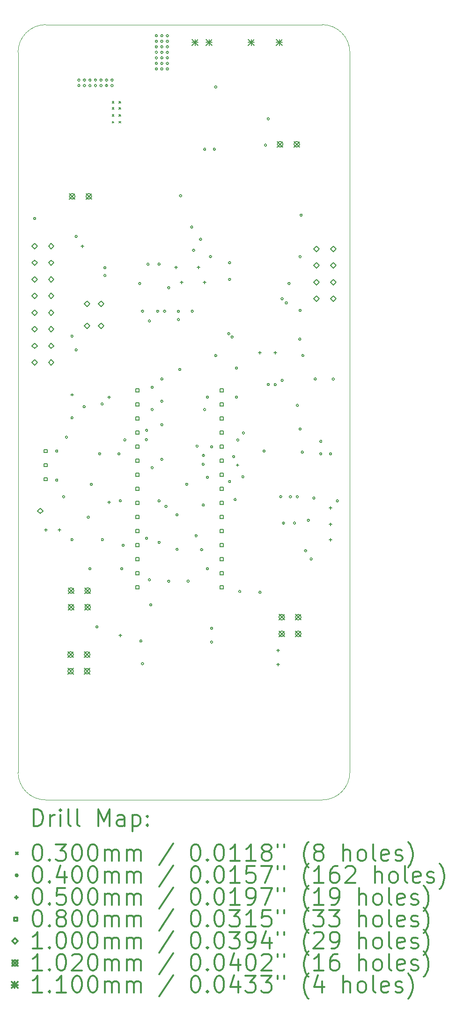
<source format=gbr>
%FSLAX45Y45*%
G04 Gerber Fmt 4.5, Leading zero omitted, Abs format (unit mm)*
G04 Created by KiCad (PCBNEW (5.1.10)-1) date 2022-01-30 14:23:47*
%MOMM*%
%LPD*%
G01*
G04 APERTURE LIST*
%TA.AperFunction,Profile*%
%ADD10C,0.100000*%
%TD*%
%ADD11C,0.200000*%
%ADD12C,0.300000*%
G04 APERTURE END LIST*
D10*
X8500000Y-16500000D02*
X13500000Y-16500000D01*
X14000000Y-16000000D02*
G75*
G02*
X13500000Y-16500000I-500000J0D01*
G01*
X14000000Y-3000000D02*
X14000000Y-16000000D01*
X13500000Y-2500000D02*
G75*
G02*
X14000000Y-3000000I0J-500000D01*
G01*
X8500000Y-2500000D02*
X13500000Y-2500000D01*
X8000000Y-3000000D02*
G75*
G02*
X8500000Y-2500000I500000J0D01*
G01*
X8500000Y-16500000D02*
G75*
G02*
X8000000Y-16000000I0J500000D01*
G01*
X8000000Y-3000000D02*
X8000000Y-16000000D01*
D11*
X9705000Y-3885000D02*
X9735000Y-3915000D01*
X9735000Y-3885000D02*
X9705000Y-3915000D01*
X9705000Y-3995000D02*
X9735000Y-4025000D01*
X9735000Y-3995000D02*
X9705000Y-4025000D01*
X9705000Y-4125000D02*
X9735000Y-4155000D01*
X9735000Y-4125000D02*
X9705000Y-4155000D01*
X9705000Y-4245000D02*
X9735000Y-4275000D01*
X9735000Y-4245000D02*
X9705000Y-4275000D01*
X9825000Y-3885000D02*
X9855000Y-3915000D01*
X9855000Y-3885000D02*
X9825000Y-3915000D01*
X9825000Y-3995000D02*
X9855000Y-4025000D01*
X9855000Y-3995000D02*
X9825000Y-4025000D01*
X9825000Y-4125000D02*
X9855000Y-4155000D01*
X9855000Y-4125000D02*
X9825000Y-4155000D01*
X9825000Y-4245000D02*
X9855000Y-4275000D01*
X9855000Y-4245000D02*
X9825000Y-4275000D01*
X8320000Y-6000000D02*
G75*
G03*
X8320000Y-6000000I-20000J0D01*
G01*
X8720000Y-10200000D02*
G75*
G03*
X8720000Y-10200000I-20000J0D01*
G01*
X8720000Y-10725000D02*
G75*
G03*
X8720000Y-10725000I-20000J0D01*
G01*
X8845000Y-11025000D02*
G75*
G03*
X8845000Y-11025000I-20000J0D01*
G01*
X8895000Y-9950000D02*
G75*
G03*
X8895000Y-9950000I-20000J0D01*
G01*
X8995000Y-8125000D02*
G75*
G03*
X8995000Y-8125000I-20000J0D01*
G01*
X8995000Y-9600000D02*
G75*
G03*
X8995000Y-9600000I-20000J0D01*
G01*
X8995000Y-11800000D02*
G75*
G03*
X8995000Y-11800000I-20000J0D01*
G01*
X9070000Y-6325000D02*
G75*
G03*
X9070000Y-6325000I-20000J0D01*
G01*
X9070000Y-8375000D02*
G75*
G03*
X9070000Y-8375000I-20000J0D01*
G01*
X9120000Y-3500000D02*
G75*
G03*
X9120000Y-3500000I-20000J0D01*
G01*
X9120000Y-3600000D02*
G75*
G03*
X9120000Y-3600000I-20000J0D01*
G01*
X9215000Y-9398137D02*
G75*
G03*
X9215000Y-9398137I-20000J0D01*
G01*
X9220000Y-3500000D02*
G75*
G03*
X9220000Y-3500000I-20000J0D01*
G01*
X9220000Y-3600000D02*
G75*
G03*
X9220000Y-3600000I-20000J0D01*
G01*
X9290001Y-11395001D02*
G75*
G03*
X9290001Y-11395001I-20000J0D01*
G01*
X9320000Y-3500000D02*
G75*
G03*
X9320000Y-3500000I-20000J0D01*
G01*
X9320000Y-3600000D02*
G75*
G03*
X9320000Y-3600000I-20000J0D01*
G01*
X9320000Y-12325000D02*
G75*
G03*
X9320000Y-12325000I-20000J0D01*
G01*
X9345000Y-10800000D02*
G75*
G03*
X9345000Y-10800000I-20000J0D01*
G01*
X9420000Y-3500000D02*
G75*
G03*
X9420000Y-3500000I-20000J0D01*
G01*
X9420000Y-3600000D02*
G75*
G03*
X9420000Y-3600000I-20000J0D01*
G01*
X9445000Y-13375000D02*
G75*
G03*
X9445000Y-13375000I-20000J0D01*
G01*
X9495000Y-10250000D02*
G75*
G03*
X9495000Y-10250000I-20000J0D01*
G01*
X9520000Y-3500000D02*
G75*
G03*
X9520000Y-3500000I-20000J0D01*
G01*
X9520000Y-3600000D02*
G75*
G03*
X9520000Y-3600000I-20000J0D01*
G01*
X9540000Y-9350000D02*
G75*
G03*
X9540000Y-9350000I-20000J0D01*
G01*
X9545000Y-11800000D02*
G75*
G03*
X9545000Y-11800000I-20000J0D01*
G01*
X9590000Y-6890000D02*
G75*
G03*
X9590000Y-6890000I-20000J0D01*
G01*
X9590000Y-7030000D02*
G75*
G03*
X9590000Y-7030000I-20000J0D01*
G01*
X9620000Y-3500000D02*
G75*
G03*
X9620000Y-3500000I-20000J0D01*
G01*
X9620000Y-3600000D02*
G75*
G03*
X9620000Y-3600000I-20000J0D01*
G01*
X9720000Y-3500000D02*
G75*
G03*
X9720000Y-3500000I-20000J0D01*
G01*
X9720000Y-3600000D02*
G75*
G03*
X9720000Y-3600000I-20000J0D01*
G01*
X9845000Y-10250000D02*
G75*
G03*
X9845000Y-10250000I-20000J0D01*
G01*
X9870000Y-11100000D02*
G75*
G03*
X9870000Y-11100000I-20000J0D01*
G01*
X9895000Y-12325000D02*
G75*
G03*
X9895000Y-12325000I-20000J0D01*
G01*
X9920000Y-11900000D02*
G75*
G03*
X9920000Y-11900000I-20000J0D01*
G01*
X9950000Y-10000000D02*
G75*
G03*
X9950000Y-10000000I-20000J0D01*
G01*
X10220000Y-7175000D02*
G75*
G03*
X10220000Y-7175000I-20000J0D01*
G01*
X10240000Y-13630000D02*
G75*
G03*
X10240000Y-13630000I-20000J0D01*
G01*
X10270000Y-7675000D02*
G75*
G03*
X10270000Y-7675000I-20000J0D01*
G01*
X10270000Y-14040000D02*
G75*
G03*
X10270000Y-14040000I-20000J0D01*
G01*
X10340000Y-9995000D02*
G75*
G03*
X10340000Y-9995000I-20000J0D01*
G01*
X10345000Y-9825000D02*
G75*
G03*
X10345000Y-9825000I-20000J0D01*
G01*
X10345000Y-11775000D02*
G75*
G03*
X10345000Y-11775000I-20000J0D01*
G01*
X10370000Y-6825000D02*
G75*
G03*
X10370000Y-6825000I-20000J0D01*
G01*
X10395000Y-7850000D02*
G75*
G03*
X10395000Y-7850000I-20000J0D01*
G01*
X10395000Y-12525000D02*
G75*
G03*
X10395000Y-12525000I-20000J0D01*
G01*
X10420000Y-12975000D02*
G75*
G03*
X10420000Y-12975000I-20000J0D01*
G01*
X10445000Y-9050000D02*
G75*
G03*
X10445000Y-9050000I-20000J0D01*
G01*
X10445000Y-9450000D02*
G75*
G03*
X10445000Y-9450000I-20000J0D01*
G01*
X10445000Y-10500000D02*
G75*
G03*
X10445000Y-10500000I-20000J0D01*
G01*
X10520000Y-2700000D02*
G75*
G03*
X10520000Y-2700000I-20000J0D01*
G01*
X10520000Y-2800000D02*
G75*
G03*
X10520000Y-2800000I-20000J0D01*
G01*
X10520000Y-2900000D02*
G75*
G03*
X10520000Y-2900000I-20000J0D01*
G01*
X10520000Y-3000000D02*
G75*
G03*
X10520000Y-3000000I-20000J0D01*
G01*
X10520000Y-3100000D02*
G75*
G03*
X10520000Y-3100000I-20000J0D01*
G01*
X10520000Y-3200000D02*
G75*
G03*
X10520000Y-3200000I-20000J0D01*
G01*
X10520000Y-3300000D02*
G75*
G03*
X10520000Y-3300000I-20000J0D01*
G01*
X10545000Y-7675000D02*
G75*
G03*
X10545000Y-7675000I-20000J0D01*
G01*
X10570000Y-6825000D02*
G75*
G03*
X10570000Y-6825000I-20000J0D01*
G01*
X10570000Y-11100000D02*
G75*
G03*
X10570000Y-11100000I-20000J0D01*
G01*
X10570000Y-11850000D02*
G75*
G03*
X10570000Y-11850000I-20000J0D01*
G01*
X10620000Y-2700000D02*
G75*
G03*
X10620000Y-2700000I-20000J0D01*
G01*
X10620000Y-2800000D02*
G75*
G03*
X10620000Y-2800000I-20000J0D01*
G01*
X10620000Y-2900000D02*
G75*
G03*
X10620000Y-2900000I-20000J0D01*
G01*
X10620000Y-3000000D02*
G75*
G03*
X10620000Y-3000000I-20000J0D01*
G01*
X10620000Y-3100000D02*
G75*
G03*
X10620000Y-3100000I-20000J0D01*
G01*
X10620000Y-3200000D02*
G75*
G03*
X10620000Y-3200000I-20000J0D01*
G01*
X10620000Y-3300000D02*
G75*
G03*
X10620000Y-3300000I-20000J0D01*
G01*
X10620000Y-8900000D02*
G75*
G03*
X10620000Y-8900000I-20000J0D01*
G01*
X10620000Y-9300000D02*
G75*
G03*
X10620000Y-9300000I-20000J0D01*
G01*
X10620000Y-9725000D02*
G75*
G03*
X10620000Y-9725000I-20000J0D01*
G01*
X10620000Y-10350000D02*
G75*
G03*
X10620000Y-10350000I-20000J0D01*
G01*
X10670000Y-7675000D02*
G75*
G03*
X10670000Y-7675000I-20000J0D01*
G01*
X10695000Y-11200000D02*
G75*
G03*
X10695000Y-11200000I-20000J0D01*
G01*
X10720000Y-2700000D02*
G75*
G03*
X10720000Y-2700000I-20000J0D01*
G01*
X10720000Y-2800000D02*
G75*
G03*
X10720000Y-2800000I-20000J0D01*
G01*
X10720000Y-2900000D02*
G75*
G03*
X10720000Y-2900000I-20000J0D01*
G01*
X10720000Y-3000000D02*
G75*
G03*
X10720000Y-3000000I-20000J0D01*
G01*
X10720000Y-3100000D02*
G75*
G03*
X10720000Y-3100000I-20000J0D01*
G01*
X10720000Y-3200000D02*
G75*
G03*
X10720000Y-3200000I-20000J0D01*
G01*
X10720000Y-3300000D02*
G75*
G03*
X10720000Y-3300000I-20000J0D01*
G01*
X10745000Y-7250000D02*
G75*
G03*
X10745000Y-7250000I-20000J0D01*
G01*
X10745000Y-12550000D02*
G75*
G03*
X10745000Y-12550000I-20000J0D01*
G01*
X10895000Y-11350000D02*
G75*
G03*
X10895000Y-11350000I-20000J0D01*
G01*
X10895000Y-11975000D02*
G75*
G03*
X10895000Y-11975000I-20000J0D01*
G01*
X10920000Y-7675000D02*
G75*
G03*
X10920000Y-7675000I-20000J0D01*
G01*
X10920000Y-7825000D02*
G75*
G03*
X10920000Y-7825000I-20000J0D01*
G01*
X10945000Y-8725000D02*
G75*
G03*
X10945000Y-8725000I-20000J0D01*
G01*
X10960000Y-5590000D02*
G75*
G03*
X10960000Y-5590000I-20000J0D01*
G01*
X11070000Y-10800000D02*
G75*
G03*
X11070000Y-10800000I-20000J0D01*
G01*
X11095000Y-12550000D02*
G75*
G03*
X11095000Y-12550000I-20000J0D01*
G01*
X11160000Y-6155000D02*
G75*
G03*
X11160000Y-6155000I-20000J0D01*
G01*
X11170000Y-7675000D02*
G75*
G03*
X11170000Y-7675000I-20000J0D01*
G01*
X11195000Y-6575000D02*
G75*
G03*
X11195000Y-6575000I-20000J0D01*
G01*
X11240000Y-11730000D02*
G75*
G03*
X11240000Y-11730000I-20000J0D01*
G01*
X11257500Y-10112500D02*
G75*
G03*
X11257500Y-10112500I-20000J0D01*
G01*
X11320000Y-6375000D02*
G75*
G03*
X11320000Y-6375000I-20000J0D01*
G01*
X11340000Y-11980000D02*
G75*
G03*
X11340000Y-11980000I-20000J0D01*
G01*
X11367500Y-10440000D02*
G75*
G03*
X11367500Y-10440000I-20000J0D01*
G01*
X11370000Y-11175000D02*
G75*
G03*
X11370000Y-11175000I-20000J0D01*
G01*
X11372500Y-10280000D02*
G75*
G03*
X11372500Y-10280000I-20000J0D01*
G01*
X11395000Y-4750000D02*
G75*
G03*
X11395000Y-4750000I-20000J0D01*
G01*
X11395000Y-9450000D02*
G75*
G03*
X11395000Y-9450000I-20000J0D01*
G01*
X11445000Y-9225000D02*
G75*
G03*
X11445000Y-9225000I-20000J0D01*
G01*
X11445000Y-10675000D02*
G75*
G03*
X11445000Y-10675000I-20000J0D01*
G01*
X11445000Y-12325000D02*
G75*
G03*
X11445000Y-12325000I-20000J0D01*
G01*
X11500000Y-6690000D02*
G75*
G03*
X11500000Y-6690000I-20000J0D01*
G01*
X11520000Y-10125000D02*
G75*
G03*
X11520000Y-10125000I-20000J0D01*
G01*
X11520000Y-13400000D02*
G75*
G03*
X11520000Y-13400000I-20000J0D01*
G01*
X11520000Y-13650000D02*
G75*
G03*
X11520000Y-13650000I-20000J0D01*
G01*
X11570000Y-4750000D02*
G75*
G03*
X11570000Y-4750000I-20000J0D01*
G01*
X11595000Y-3625000D02*
G75*
G03*
X11595000Y-3625000I-20000J0D01*
G01*
X11595000Y-8475000D02*
G75*
G03*
X11595000Y-8475000I-20000J0D01*
G01*
X11830000Y-8080000D02*
G75*
G03*
X11830000Y-8080000I-20000J0D01*
G01*
X11845000Y-6800000D02*
G75*
G03*
X11845000Y-6800000I-20000J0D01*
G01*
X11845000Y-7100000D02*
G75*
G03*
X11845000Y-7100000I-20000J0D01*
G01*
X11845000Y-10750000D02*
G75*
G03*
X11845000Y-10750000I-20000J0D01*
G01*
X11890000Y-8140000D02*
G75*
G03*
X11890000Y-8140000I-20000J0D01*
G01*
X11920000Y-10300000D02*
G75*
G03*
X11920000Y-10300000I-20000J0D01*
G01*
X11945000Y-11075000D02*
G75*
G03*
X11945000Y-11075000I-20000J0D01*
G01*
X11970000Y-8700000D02*
G75*
G03*
X11970000Y-8700000I-20000J0D01*
G01*
X11970000Y-9225000D02*
G75*
G03*
X11970000Y-9225000I-20000J0D01*
G01*
X11995000Y-10000000D02*
G75*
G03*
X11995000Y-10000000I-20000J0D01*
G01*
X12029718Y-12734718D02*
G75*
G03*
X12029718Y-12734718I-20000J0D01*
G01*
X12085224Y-10665225D02*
G75*
G03*
X12085224Y-10665225I-20000J0D01*
G01*
X12095000Y-9875000D02*
G75*
G03*
X12095000Y-9875000I-20000J0D01*
G01*
X12395000Y-12750000D02*
G75*
G03*
X12395000Y-12750000I-20000J0D01*
G01*
X12470000Y-10200000D02*
G75*
G03*
X12470000Y-10200000I-20000J0D01*
G01*
X12495000Y-4675000D02*
G75*
G03*
X12495000Y-4675000I-20000J0D01*
G01*
X12545000Y-4200000D02*
G75*
G03*
X12545000Y-4200000I-20000J0D01*
G01*
X12545000Y-9000000D02*
G75*
G03*
X12545000Y-9000000I-20000J0D01*
G01*
X12670000Y-9000000D02*
G75*
G03*
X12670000Y-9000000I-20000J0D01*
G01*
X12770000Y-11025000D02*
G75*
G03*
X12770000Y-11025000I-20000J0D01*
G01*
X12795000Y-7450000D02*
G75*
G03*
X12795000Y-7450000I-20000J0D01*
G01*
X12795000Y-8925000D02*
G75*
G03*
X12795000Y-8925000I-20000J0D01*
G01*
X12820000Y-11500000D02*
G75*
G03*
X12820000Y-11500000I-20000J0D01*
G01*
X12870000Y-7525000D02*
G75*
G03*
X12870000Y-7525000I-20000J0D01*
G01*
X12920000Y-7175000D02*
G75*
G03*
X12920000Y-7175000I-20000J0D01*
G01*
X12945000Y-11025000D02*
G75*
G03*
X12945000Y-11025000I-20000J0D01*
G01*
X13020000Y-11500000D02*
G75*
G03*
X13020000Y-11500000I-20000J0D01*
G01*
X13070000Y-9375000D02*
G75*
G03*
X13070000Y-9375000I-20000J0D01*
G01*
X13070000Y-11025000D02*
G75*
G03*
X13070000Y-11025000I-20000J0D01*
G01*
X13115000Y-8180000D02*
G75*
G03*
X13115000Y-8180000I-20000J0D01*
G01*
X13120000Y-6690000D02*
G75*
G03*
X13120000Y-6690000I-20000J0D01*
G01*
X13120000Y-7660000D02*
G75*
G03*
X13120000Y-7660000I-20000J0D01*
G01*
X13120000Y-9800000D02*
G75*
G03*
X13120000Y-9800000I-20000J0D01*
G01*
X13140000Y-5940000D02*
G75*
G03*
X13140000Y-5940000I-20000J0D01*
G01*
X13160000Y-10220000D02*
G75*
G03*
X13160000Y-10220000I-20000J0D01*
G01*
X13170000Y-8475000D02*
G75*
G03*
X13170000Y-8475000I-20000J0D01*
G01*
X13220000Y-12000000D02*
G75*
G03*
X13220000Y-12000000I-20000J0D01*
G01*
X13270000Y-11450000D02*
G75*
G03*
X13270000Y-11450000I-20000J0D01*
G01*
X13320000Y-12150000D02*
G75*
G03*
X13320000Y-12150000I-20000J0D01*
G01*
X13370000Y-11050000D02*
G75*
G03*
X13370000Y-11050000I-20000J0D01*
G01*
X13395000Y-8900000D02*
G75*
G03*
X13395000Y-8900000I-20000J0D01*
G01*
X13495000Y-10025000D02*
G75*
G03*
X13495000Y-10025000I-20000J0D01*
G01*
X13495000Y-10250000D02*
G75*
G03*
X13495000Y-10250000I-20000J0D01*
G01*
X13670000Y-10250000D02*
G75*
G03*
X13670000Y-10250000I-20000J0D01*
G01*
X13720000Y-8900000D02*
G75*
G03*
X13720000Y-8900000I-20000J0D01*
G01*
X13795000Y-11100000D02*
G75*
G03*
X13795000Y-11100000I-20000J0D01*
G01*
X8500000Y-11600000D02*
X8500000Y-11650000D01*
X8475000Y-11625000D02*
X8525000Y-11625000D01*
X8750000Y-11600000D02*
X8750000Y-11650000D01*
X8725000Y-11625000D02*
X8775000Y-11625000D01*
X8980000Y-9155000D02*
X8980000Y-9205000D01*
X8955000Y-9180000D02*
X9005000Y-9180000D01*
X9160000Y-6475000D02*
X9160000Y-6525000D01*
X9135000Y-6500000D02*
X9185000Y-6500000D01*
X9650000Y-9205000D02*
X9650000Y-9255000D01*
X9625000Y-9230000D02*
X9675000Y-9230000D01*
X9650000Y-11100000D02*
X9650000Y-11150000D01*
X9625000Y-11125000D02*
X9675000Y-11125000D01*
X9850000Y-13500000D02*
X9850000Y-13550000D01*
X9825000Y-13525000D02*
X9875000Y-13525000D01*
X10860000Y-6855000D02*
X10860000Y-6905000D01*
X10835000Y-6880000D02*
X10885000Y-6880000D01*
X10960000Y-7125000D02*
X10960000Y-7175000D01*
X10935000Y-7150000D02*
X10985000Y-7150000D01*
X11260000Y-6855000D02*
X11260000Y-6905000D01*
X11235000Y-6880000D02*
X11285000Y-6880000D01*
X11370000Y-7125000D02*
X11370000Y-7175000D01*
X11345000Y-7150000D02*
X11395000Y-7150000D01*
X11970000Y-10425000D02*
X11970000Y-10475000D01*
X11945000Y-10450000D02*
X11995000Y-10450000D01*
X12375000Y-8400000D02*
X12375000Y-8450000D01*
X12350000Y-8425000D02*
X12400000Y-8425000D01*
X12650000Y-8400000D02*
X12650000Y-8450000D01*
X12625000Y-8425000D02*
X12675000Y-8425000D01*
X12700000Y-13775000D02*
X12700000Y-13825000D01*
X12675000Y-13800000D02*
X12725000Y-13800000D01*
X12700000Y-14025000D02*
X12700000Y-14075000D01*
X12675000Y-14050000D02*
X12725000Y-14050000D01*
X13650000Y-11200000D02*
X13650000Y-11250000D01*
X13625000Y-11225000D02*
X13675000Y-11225000D01*
X13650000Y-11495000D02*
X13650000Y-11545000D01*
X13625000Y-11520000D02*
X13675000Y-11520000D01*
X13650000Y-11775000D02*
X13650000Y-11825000D01*
X13625000Y-11800000D02*
X13675000Y-11800000D01*
X8528285Y-10228285D02*
X8528285Y-10171716D01*
X8471716Y-10171716D01*
X8471716Y-10228285D01*
X8528285Y-10228285D01*
X8528285Y-10482285D02*
X8528285Y-10425716D01*
X8471716Y-10425716D01*
X8471716Y-10482285D01*
X8528285Y-10482285D01*
X8528285Y-10736285D02*
X8528285Y-10679716D01*
X8471716Y-10679716D01*
X8471716Y-10736285D01*
X8528285Y-10736285D01*
X10185285Y-9132285D02*
X10185285Y-9075716D01*
X10128716Y-9075716D01*
X10128716Y-9132285D01*
X10185285Y-9132285D01*
X10185285Y-9386285D02*
X10185285Y-9329716D01*
X10128716Y-9329716D01*
X10128716Y-9386285D01*
X10185285Y-9386285D01*
X10185285Y-9640285D02*
X10185285Y-9583716D01*
X10128716Y-9583716D01*
X10128716Y-9640285D01*
X10185285Y-9640285D01*
X10185285Y-9894285D02*
X10185285Y-9837716D01*
X10128716Y-9837716D01*
X10128716Y-9894285D01*
X10185285Y-9894285D01*
X10185285Y-10148285D02*
X10185285Y-10091716D01*
X10128716Y-10091716D01*
X10128716Y-10148285D01*
X10185285Y-10148285D01*
X10185285Y-10402285D02*
X10185285Y-10345716D01*
X10128716Y-10345716D01*
X10128716Y-10402285D01*
X10185285Y-10402285D01*
X10185285Y-10656285D02*
X10185285Y-10599716D01*
X10128716Y-10599716D01*
X10128716Y-10656285D01*
X10185285Y-10656285D01*
X10185285Y-10910285D02*
X10185285Y-10853716D01*
X10128716Y-10853716D01*
X10128716Y-10910285D01*
X10185285Y-10910285D01*
X10185285Y-11164285D02*
X10185285Y-11107716D01*
X10128716Y-11107716D01*
X10128716Y-11164285D01*
X10185285Y-11164285D01*
X10185285Y-11418284D02*
X10185285Y-11361715D01*
X10128716Y-11361715D01*
X10128716Y-11418284D01*
X10185285Y-11418284D01*
X10185285Y-11672284D02*
X10185285Y-11615715D01*
X10128716Y-11615715D01*
X10128716Y-11672284D01*
X10185285Y-11672284D01*
X10185285Y-11926284D02*
X10185285Y-11869715D01*
X10128716Y-11869715D01*
X10128716Y-11926284D01*
X10185285Y-11926284D01*
X10185285Y-12180284D02*
X10185285Y-12123715D01*
X10128716Y-12123715D01*
X10128716Y-12180284D01*
X10185285Y-12180284D01*
X10185285Y-12434284D02*
X10185285Y-12377715D01*
X10128716Y-12377715D01*
X10128716Y-12434284D01*
X10185285Y-12434284D01*
X10185285Y-12688284D02*
X10185285Y-12631715D01*
X10128716Y-12631715D01*
X10128716Y-12688284D01*
X10185285Y-12688284D01*
X11709284Y-9132285D02*
X11709284Y-9075716D01*
X11652715Y-9075716D01*
X11652715Y-9132285D01*
X11709284Y-9132285D01*
X11709284Y-9386285D02*
X11709284Y-9329716D01*
X11652715Y-9329716D01*
X11652715Y-9386285D01*
X11709284Y-9386285D01*
X11709284Y-9640285D02*
X11709284Y-9583716D01*
X11652715Y-9583716D01*
X11652715Y-9640285D01*
X11709284Y-9640285D01*
X11709284Y-9894285D02*
X11709284Y-9837716D01*
X11652715Y-9837716D01*
X11652715Y-9894285D01*
X11709284Y-9894285D01*
X11709284Y-10148285D02*
X11709284Y-10091716D01*
X11652715Y-10091716D01*
X11652715Y-10148285D01*
X11709284Y-10148285D01*
X11709284Y-10402285D02*
X11709284Y-10345716D01*
X11652715Y-10345716D01*
X11652715Y-10402285D01*
X11709284Y-10402285D01*
X11709284Y-10656285D02*
X11709284Y-10599716D01*
X11652715Y-10599716D01*
X11652715Y-10656285D01*
X11709284Y-10656285D01*
X11709284Y-10910285D02*
X11709284Y-10853716D01*
X11652715Y-10853716D01*
X11652715Y-10910285D01*
X11709284Y-10910285D01*
X11709284Y-11164285D02*
X11709284Y-11107716D01*
X11652715Y-11107716D01*
X11652715Y-11164285D01*
X11709284Y-11164285D01*
X11709284Y-11418284D02*
X11709284Y-11361715D01*
X11652715Y-11361715D01*
X11652715Y-11418284D01*
X11709284Y-11418284D01*
X11709284Y-11672284D02*
X11709284Y-11615715D01*
X11652715Y-11615715D01*
X11652715Y-11672284D01*
X11709284Y-11672284D01*
X11709284Y-11926284D02*
X11709284Y-11869715D01*
X11652715Y-11869715D01*
X11652715Y-11926284D01*
X11709284Y-11926284D01*
X11709284Y-12180284D02*
X11709284Y-12123715D01*
X11652715Y-12123715D01*
X11652715Y-12180284D01*
X11709284Y-12180284D01*
X11709284Y-12434284D02*
X11709284Y-12377715D01*
X11652715Y-12377715D01*
X11652715Y-12434284D01*
X11709284Y-12434284D01*
X11709284Y-12688284D02*
X11709284Y-12631715D01*
X11652715Y-12631715D01*
X11652715Y-12688284D01*
X11709284Y-12688284D01*
X8300000Y-6550000D02*
X8350000Y-6500000D01*
X8300000Y-6450000D01*
X8250000Y-6500000D01*
X8300000Y-6550000D01*
X8300000Y-6850000D02*
X8350000Y-6800000D01*
X8300000Y-6750000D01*
X8250000Y-6800000D01*
X8300000Y-6850000D01*
X8300000Y-7150000D02*
X8350000Y-7100000D01*
X8300000Y-7050000D01*
X8250000Y-7100000D01*
X8300000Y-7150000D01*
X8300000Y-7450000D02*
X8350000Y-7400000D01*
X8300000Y-7350000D01*
X8250000Y-7400000D01*
X8300000Y-7450000D01*
X8300000Y-7750000D02*
X8350000Y-7700000D01*
X8300000Y-7650000D01*
X8250000Y-7700000D01*
X8300000Y-7750000D01*
X8300000Y-8050000D02*
X8350000Y-8000000D01*
X8300000Y-7950000D01*
X8250000Y-8000000D01*
X8300000Y-8050000D01*
X8300000Y-8350000D02*
X8350000Y-8300000D01*
X8300000Y-8250000D01*
X8250000Y-8300000D01*
X8300000Y-8350000D01*
X8300000Y-8650000D02*
X8350000Y-8600000D01*
X8300000Y-8550000D01*
X8250000Y-8600000D01*
X8300000Y-8650000D01*
X8400000Y-11330000D02*
X8450000Y-11280000D01*
X8400000Y-11230000D01*
X8350000Y-11280000D01*
X8400000Y-11330000D01*
X8600000Y-6550000D02*
X8650000Y-6500000D01*
X8600000Y-6450000D01*
X8550000Y-6500000D01*
X8600000Y-6550000D01*
X8600000Y-6850000D02*
X8650000Y-6800000D01*
X8600000Y-6750000D01*
X8550000Y-6800000D01*
X8600000Y-6850000D01*
X8600000Y-7150000D02*
X8650000Y-7100000D01*
X8600000Y-7050000D01*
X8550000Y-7100000D01*
X8600000Y-7150000D01*
X8600000Y-7450000D02*
X8650000Y-7400000D01*
X8600000Y-7350000D01*
X8550000Y-7400000D01*
X8600000Y-7450000D01*
X8600000Y-7750000D02*
X8650000Y-7700000D01*
X8600000Y-7650000D01*
X8550000Y-7700000D01*
X8600000Y-7750000D01*
X8600000Y-8050000D02*
X8650000Y-8000000D01*
X8600000Y-7950000D01*
X8550000Y-8000000D01*
X8600000Y-8050000D01*
X8600000Y-8350000D02*
X8650000Y-8300000D01*
X8600000Y-8250000D01*
X8550000Y-8300000D01*
X8600000Y-8350000D01*
X8600000Y-8650000D02*
X8650000Y-8600000D01*
X8600000Y-8550000D01*
X8550000Y-8600000D01*
X8600000Y-8650000D01*
X9250000Y-7590000D02*
X9300000Y-7540000D01*
X9250000Y-7490000D01*
X9200000Y-7540000D01*
X9250000Y-7590000D01*
X9250000Y-7990000D02*
X9300000Y-7940000D01*
X9250000Y-7890000D01*
X9200000Y-7940000D01*
X9250000Y-7990000D01*
X9504000Y-7590000D02*
X9554000Y-7540000D01*
X9504000Y-7490000D01*
X9454000Y-7540000D01*
X9504000Y-7590000D01*
X9504000Y-7990000D02*
X9554000Y-7940000D01*
X9504000Y-7890000D01*
X9454000Y-7940000D01*
X9504000Y-7990000D01*
X13400000Y-6600000D02*
X13450000Y-6550000D01*
X13400000Y-6500000D01*
X13350000Y-6550000D01*
X13400000Y-6600000D01*
X13400000Y-6900000D02*
X13450000Y-6850000D01*
X13400000Y-6800000D01*
X13350000Y-6850000D01*
X13400000Y-6900000D01*
X13400000Y-7200000D02*
X13450000Y-7150000D01*
X13400000Y-7100000D01*
X13350000Y-7150000D01*
X13400000Y-7200000D01*
X13400000Y-7500000D02*
X13450000Y-7450000D01*
X13400000Y-7400000D01*
X13350000Y-7450000D01*
X13400000Y-7500000D01*
X13700000Y-6600000D02*
X13750000Y-6550000D01*
X13700000Y-6500000D01*
X13650000Y-6550000D01*
X13700000Y-6600000D01*
X13700000Y-6900000D02*
X13750000Y-6850000D01*
X13700000Y-6800000D01*
X13650000Y-6850000D01*
X13700000Y-6900000D01*
X13700000Y-7200000D02*
X13750000Y-7150000D01*
X13700000Y-7100000D01*
X13650000Y-7150000D01*
X13700000Y-7200000D01*
X13700000Y-7500000D02*
X13750000Y-7450000D01*
X13700000Y-7400000D01*
X13650000Y-7450000D01*
X13700000Y-7500000D01*
X8899000Y-13824000D02*
X9001000Y-13926000D01*
X9001000Y-13824000D02*
X8899000Y-13926000D01*
X9001000Y-13875000D02*
G75*
G03*
X9001000Y-13875000I-51000J0D01*
G01*
X8899000Y-14124000D02*
X9001000Y-14226000D01*
X9001000Y-14124000D02*
X8899000Y-14226000D01*
X9001000Y-14175000D02*
G75*
G03*
X9001000Y-14175000I-51000J0D01*
G01*
X8909000Y-12669000D02*
X9011000Y-12771000D01*
X9011000Y-12669000D02*
X8909000Y-12771000D01*
X9011000Y-12720000D02*
G75*
G03*
X9011000Y-12720000I-51000J0D01*
G01*
X8909000Y-12969000D02*
X9011000Y-13071000D01*
X9011000Y-12969000D02*
X8909000Y-13071000D01*
X9011000Y-13020000D02*
G75*
G03*
X9011000Y-13020000I-51000J0D01*
G01*
X8929000Y-5549000D02*
X9031000Y-5651000D01*
X9031000Y-5549000D02*
X8929000Y-5651000D01*
X9031000Y-5600000D02*
G75*
G03*
X9031000Y-5600000I-51000J0D01*
G01*
X9199000Y-13824000D02*
X9301000Y-13926000D01*
X9301000Y-13824000D02*
X9199000Y-13926000D01*
X9301000Y-13875000D02*
G75*
G03*
X9301000Y-13875000I-51000J0D01*
G01*
X9199000Y-14124000D02*
X9301000Y-14226000D01*
X9301000Y-14124000D02*
X9199000Y-14226000D01*
X9301000Y-14175000D02*
G75*
G03*
X9301000Y-14175000I-51000J0D01*
G01*
X9209000Y-12669000D02*
X9311000Y-12771000D01*
X9311000Y-12669000D02*
X9209000Y-12771000D01*
X9311000Y-12720000D02*
G75*
G03*
X9311000Y-12720000I-51000J0D01*
G01*
X9209000Y-12969000D02*
X9311000Y-13071000D01*
X9311000Y-12969000D02*
X9209000Y-13071000D01*
X9311000Y-13020000D02*
G75*
G03*
X9311000Y-13020000I-51000J0D01*
G01*
X9229000Y-5549000D02*
X9331000Y-5651000D01*
X9331000Y-5549000D02*
X9229000Y-5651000D01*
X9331000Y-5600000D02*
G75*
G03*
X9331000Y-5600000I-51000J0D01*
G01*
X12689000Y-4609000D02*
X12791000Y-4711000D01*
X12791000Y-4609000D02*
X12689000Y-4711000D01*
X12791000Y-4660000D02*
G75*
G03*
X12791000Y-4660000I-51000J0D01*
G01*
X12717000Y-13149000D02*
X12819000Y-13251000D01*
X12819000Y-13149000D02*
X12717000Y-13251000D01*
X12819000Y-13200000D02*
G75*
G03*
X12819000Y-13200000I-51000J0D01*
G01*
X12717000Y-13449000D02*
X12819000Y-13551000D01*
X12819000Y-13449000D02*
X12717000Y-13551000D01*
X12819000Y-13500000D02*
G75*
G03*
X12819000Y-13500000I-51000J0D01*
G01*
X12989000Y-4609000D02*
X13091000Y-4711000D01*
X13091000Y-4609000D02*
X12989000Y-4711000D01*
X13091000Y-4660000D02*
G75*
G03*
X13091000Y-4660000I-51000J0D01*
G01*
X13017000Y-13149000D02*
X13119000Y-13251000D01*
X13119000Y-13149000D02*
X13017000Y-13251000D01*
X13119000Y-13200000D02*
G75*
G03*
X13119000Y-13200000I-51000J0D01*
G01*
X13017000Y-13449000D02*
X13119000Y-13551000D01*
X13119000Y-13449000D02*
X13017000Y-13551000D01*
X13119000Y-13500000D02*
G75*
G03*
X13119000Y-13500000I-51000J0D01*
G01*
X11145000Y-2765000D02*
X11255000Y-2875000D01*
X11255000Y-2765000D02*
X11145000Y-2875000D01*
X11200000Y-2765000D02*
X11200000Y-2875000D01*
X11145000Y-2820000D02*
X11255000Y-2820000D01*
X11399000Y-2765000D02*
X11509000Y-2875000D01*
X11509000Y-2765000D02*
X11399000Y-2875000D01*
X11454000Y-2765000D02*
X11454000Y-2875000D01*
X11399000Y-2820000D02*
X11509000Y-2820000D01*
X12161000Y-2765000D02*
X12271000Y-2875000D01*
X12271000Y-2765000D02*
X12161000Y-2875000D01*
X12216000Y-2765000D02*
X12216000Y-2875000D01*
X12161000Y-2820000D02*
X12271000Y-2820000D01*
X12669000Y-2765000D02*
X12779000Y-2875000D01*
X12779000Y-2765000D02*
X12669000Y-2875000D01*
X12724000Y-2765000D02*
X12724000Y-2875000D01*
X12669000Y-2820000D02*
X12779000Y-2820000D01*
D12*
X8281428Y-16970714D02*
X8281428Y-16670714D01*
X8352857Y-16670714D01*
X8395714Y-16685000D01*
X8424286Y-16713571D01*
X8438571Y-16742143D01*
X8452857Y-16799286D01*
X8452857Y-16842143D01*
X8438571Y-16899286D01*
X8424286Y-16927857D01*
X8395714Y-16956429D01*
X8352857Y-16970714D01*
X8281428Y-16970714D01*
X8581428Y-16970714D02*
X8581428Y-16770714D01*
X8581428Y-16827857D02*
X8595714Y-16799286D01*
X8610000Y-16785000D01*
X8638571Y-16770714D01*
X8667143Y-16770714D01*
X8767143Y-16970714D02*
X8767143Y-16770714D01*
X8767143Y-16670714D02*
X8752857Y-16685000D01*
X8767143Y-16699286D01*
X8781428Y-16685000D01*
X8767143Y-16670714D01*
X8767143Y-16699286D01*
X8952857Y-16970714D02*
X8924286Y-16956429D01*
X8910000Y-16927857D01*
X8910000Y-16670714D01*
X9110000Y-16970714D02*
X9081428Y-16956429D01*
X9067143Y-16927857D01*
X9067143Y-16670714D01*
X9452857Y-16970714D02*
X9452857Y-16670714D01*
X9552857Y-16885000D01*
X9652857Y-16670714D01*
X9652857Y-16970714D01*
X9924286Y-16970714D02*
X9924286Y-16813572D01*
X9910000Y-16785000D01*
X9881428Y-16770714D01*
X9824286Y-16770714D01*
X9795714Y-16785000D01*
X9924286Y-16956429D02*
X9895714Y-16970714D01*
X9824286Y-16970714D01*
X9795714Y-16956429D01*
X9781428Y-16927857D01*
X9781428Y-16899286D01*
X9795714Y-16870714D01*
X9824286Y-16856429D01*
X9895714Y-16856429D01*
X9924286Y-16842143D01*
X10067143Y-16770714D02*
X10067143Y-17070714D01*
X10067143Y-16785000D02*
X10095714Y-16770714D01*
X10152857Y-16770714D01*
X10181428Y-16785000D01*
X10195714Y-16799286D01*
X10210000Y-16827857D01*
X10210000Y-16913572D01*
X10195714Y-16942143D01*
X10181428Y-16956429D01*
X10152857Y-16970714D01*
X10095714Y-16970714D01*
X10067143Y-16956429D01*
X10338571Y-16942143D02*
X10352857Y-16956429D01*
X10338571Y-16970714D01*
X10324286Y-16956429D01*
X10338571Y-16942143D01*
X10338571Y-16970714D01*
X10338571Y-16785000D02*
X10352857Y-16799286D01*
X10338571Y-16813572D01*
X10324286Y-16799286D01*
X10338571Y-16785000D01*
X10338571Y-16813572D01*
X7965000Y-17450000D02*
X7995000Y-17480000D01*
X7995000Y-17450000D02*
X7965000Y-17480000D01*
X8338571Y-17300714D02*
X8367143Y-17300714D01*
X8395714Y-17315000D01*
X8410000Y-17329286D01*
X8424286Y-17357857D01*
X8438571Y-17415000D01*
X8438571Y-17486429D01*
X8424286Y-17543572D01*
X8410000Y-17572143D01*
X8395714Y-17586429D01*
X8367143Y-17600714D01*
X8338571Y-17600714D01*
X8310000Y-17586429D01*
X8295714Y-17572143D01*
X8281428Y-17543572D01*
X8267143Y-17486429D01*
X8267143Y-17415000D01*
X8281428Y-17357857D01*
X8295714Y-17329286D01*
X8310000Y-17315000D01*
X8338571Y-17300714D01*
X8567143Y-17572143D02*
X8581428Y-17586429D01*
X8567143Y-17600714D01*
X8552857Y-17586429D01*
X8567143Y-17572143D01*
X8567143Y-17600714D01*
X8681428Y-17300714D02*
X8867143Y-17300714D01*
X8767143Y-17415000D01*
X8810000Y-17415000D01*
X8838571Y-17429286D01*
X8852857Y-17443572D01*
X8867143Y-17472143D01*
X8867143Y-17543572D01*
X8852857Y-17572143D01*
X8838571Y-17586429D01*
X8810000Y-17600714D01*
X8724286Y-17600714D01*
X8695714Y-17586429D01*
X8681428Y-17572143D01*
X9052857Y-17300714D02*
X9081428Y-17300714D01*
X9110000Y-17315000D01*
X9124286Y-17329286D01*
X9138571Y-17357857D01*
X9152857Y-17415000D01*
X9152857Y-17486429D01*
X9138571Y-17543572D01*
X9124286Y-17572143D01*
X9110000Y-17586429D01*
X9081428Y-17600714D01*
X9052857Y-17600714D01*
X9024286Y-17586429D01*
X9010000Y-17572143D01*
X8995714Y-17543572D01*
X8981428Y-17486429D01*
X8981428Y-17415000D01*
X8995714Y-17357857D01*
X9010000Y-17329286D01*
X9024286Y-17315000D01*
X9052857Y-17300714D01*
X9338571Y-17300714D02*
X9367143Y-17300714D01*
X9395714Y-17315000D01*
X9410000Y-17329286D01*
X9424286Y-17357857D01*
X9438571Y-17415000D01*
X9438571Y-17486429D01*
X9424286Y-17543572D01*
X9410000Y-17572143D01*
X9395714Y-17586429D01*
X9367143Y-17600714D01*
X9338571Y-17600714D01*
X9310000Y-17586429D01*
X9295714Y-17572143D01*
X9281428Y-17543572D01*
X9267143Y-17486429D01*
X9267143Y-17415000D01*
X9281428Y-17357857D01*
X9295714Y-17329286D01*
X9310000Y-17315000D01*
X9338571Y-17300714D01*
X9567143Y-17600714D02*
X9567143Y-17400714D01*
X9567143Y-17429286D02*
X9581428Y-17415000D01*
X9610000Y-17400714D01*
X9652857Y-17400714D01*
X9681428Y-17415000D01*
X9695714Y-17443572D01*
X9695714Y-17600714D01*
X9695714Y-17443572D02*
X9710000Y-17415000D01*
X9738571Y-17400714D01*
X9781428Y-17400714D01*
X9810000Y-17415000D01*
X9824286Y-17443572D01*
X9824286Y-17600714D01*
X9967143Y-17600714D02*
X9967143Y-17400714D01*
X9967143Y-17429286D02*
X9981428Y-17415000D01*
X10010000Y-17400714D01*
X10052857Y-17400714D01*
X10081428Y-17415000D01*
X10095714Y-17443572D01*
X10095714Y-17600714D01*
X10095714Y-17443572D02*
X10110000Y-17415000D01*
X10138571Y-17400714D01*
X10181428Y-17400714D01*
X10210000Y-17415000D01*
X10224286Y-17443572D01*
X10224286Y-17600714D01*
X10810000Y-17286429D02*
X10552857Y-17672143D01*
X11195714Y-17300714D02*
X11224286Y-17300714D01*
X11252857Y-17315000D01*
X11267143Y-17329286D01*
X11281428Y-17357857D01*
X11295714Y-17415000D01*
X11295714Y-17486429D01*
X11281428Y-17543572D01*
X11267143Y-17572143D01*
X11252857Y-17586429D01*
X11224286Y-17600714D01*
X11195714Y-17600714D01*
X11167143Y-17586429D01*
X11152857Y-17572143D01*
X11138571Y-17543572D01*
X11124286Y-17486429D01*
X11124286Y-17415000D01*
X11138571Y-17357857D01*
X11152857Y-17329286D01*
X11167143Y-17315000D01*
X11195714Y-17300714D01*
X11424286Y-17572143D02*
X11438571Y-17586429D01*
X11424286Y-17600714D01*
X11410000Y-17586429D01*
X11424286Y-17572143D01*
X11424286Y-17600714D01*
X11624286Y-17300714D02*
X11652857Y-17300714D01*
X11681428Y-17315000D01*
X11695714Y-17329286D01*
X11710000Y-17357857D01*
X11724286Y-17415000D01*
X11724286Y-17486429D01*
X11710000Y-17543572D01*
X11695714Y-17572143D01*
X11681428Y-17586429D01*
X11652857Y-17600714D01*
X11624286Y-17600714D01*
X11595714Y-17586429D01*
X11581428Y-17572143D01*
X11567143Y-17543572D01*
X11552857Y-17486429D01*
X11552857Y-17415000D01*
X11567143Y-17357857D01*
X11581428Y-17329286D01*
X11595714Y-17315000D01*
X11624286Y-17300714D01*
X12010000Y-17600714D02*
X11838571Y-17600714D01*
X11924286Y-17600714D02*
X11924286Y-17300714D01*
X11895714Y-17343572D01*
X11867143Y-17372143D01*
X11838571Y-17386429D01*
X12295714Y-17600714D02*
X12124286Y-17600714D01*
X12210000Y-17600714D02*
X12210000Y-17300714D01*
X12181428Y-17343572D01*
X12152857Y-17372143D01*
X12124286Y-17386429D01*
X12467143Y-17429286D02*
X12438571Y-17415000D01*
X12424286Y-17400714D01*
X12410000Y-17372143D01*
X12410000Y-17357857D01*
X12424286Y-17329286D01*
X12438571Y-17315000D01*
X12467143Y-17300714D01*
X12524286Y-17300714D01*
X12552857Y-17315000D01*
X12567143Y-17329286D01*
X12581428Y-17357857D01*
X12581428Y-17372143D01*
X12567143Y-17400714D01*
X12552857Y-17415000D01*
X12524286Y-17429286D01*
X12467143Y-17429286D01*
X12438571Y-17443572D01*
X12424286Y-17457857D01*
X12410000Y-17486429D01*
X12410000Y-17543572D01*
X12424286Y-17572143D01*
X12438571Y-17586429D01*
X12467143Y-17600714D01*
X12524286Y-17600714D01*
X12552857Y-17586429D01*
X12567143Y-17572143D01*
X12581428Y-17543572D01*
X12581428Y-17486429D01*
X12567143Y-17457857D01*
X12552857Y-17443572D01*
X12524286Y-17429286D01*
X12695714Y-17300714D02*
X12695714Y-17357857D01*
X12810000Y-17300714D02*
X12810000Y-17357857D01*
X13252857Y-17715000D02*
X13238571Y-17700714D01*
X13210000Y-17657857D01*
X13195714Y-17629286D01*
X13181428Y-17586429D01*
X13167143Y-17515000D01*
X13167143Y-17457857D01*
X13181428Y-17386429D01*
X13195714Y-17343572D01*
X13210000Y-17315000D01*
X13238571Y-17272143D01*
X13252857Y-17257857D01*
X13410000Y-17429286D02*
X13381428Y-17415000D01*
X13367143Y-17400714D01*
X13352857Y-17372143D01*
X13352857Y-17357857D01*
X13367143Y-17329286D01*
X13381428Y-17315000D01*
X13410000Y-17300714D01*
X13467143Y-17300714D01*
X13495714Y-17315000D01*
X13510000Y-17329286D01*
X13524286Y-17357857D01*
X13524286Y-17372143D01*
X13510000Y-17400714D01*
X13495714Y-17415000D01*
X13467143Y-17429286D01*
X13410000Y-17429286D01*
X13381428Y-17443572D01*
X13367143Y-17457857D01*
X13352857Y-17486429D01*
X13352857Y-17543572D01*
X13367143Y-17572143D01*
X13381428Y-17586429D01*
X13410000Y-17600714D01*
X13467143Y-17600714D01*
X13495714Y-17586429D01*
X13510000Y-17572143D01*
X13524286Y-17543572D01*
X13524286Y-17486429D01*
X13510000Y-17457857D01*
X13495714Y-17443572D01*
X13467143Y-17429286D01*
X13881428Y-17600714D02*
X13881428Y-17300714D01*
X14010000Y-17600714D02*
X14010000Y-17443572D01*
X13995714Y-17415000D01*
X13967143Y-17400714D01*
X13924286Y-17400714D01*
X13895714Y-17415000D01*
X13881428Y-17429286D01*
X14195714Y-17600714D02*
X14167143Y-17586429D01*
X14152857Y-17572143D01*
X14138571Y-17543572D01*
X14138571Y-17457857D01*
X14152857Y-17429286D01*
X14167143Y-17415000D01*
X14195714Y-17400714D01*
X14238571Y-17400714D01*
X14267143Y-17415000D01*
X14281428Y-17429286D01*
X14295714Y-17457857D01*
X14295714Y-17543572D01*
X14281428Y-17572143D01*
X14267143Y-17586429D01*
X14238571Y-17600714D01*
X14195714Y-17600714D01*
X14467143Y-17600714D02*
X14438571Y-17586429D01*
X14424286Y-17557857D01*
X14424286Y-17300714D01*
X14695714Y-17586429D02*
X14667143Y-17600714D01*
X14610000Y-17600714D01*
X14581428Y-17586429D01*
X14567143Y-17557857D01*
X14567143Y-17443572D01*
X14581428Y-17415000D01*
X14610000Y-17400714D01*
X14667143Y-17400714D01*
X14695714Y-17415000D01*
X14710000Y-17443572D01*
X14710000Y-17472143D01*
X14567143Y-17500714D01*
X14824286Y-17586429D02*
X14852857Y-17600714D01*
X14910000Y-17600714D01*
X14938571Y-17586429D01*
X14952857Y-17557857D01*
X14952857Y-17543572D01*
X14938571Y-17515000D01*
X14910000Y-17500714D01*
X14867143Y-17500714D01*
X14838571Y-17486429D01*
X14824286Y-17457857D01*
X14824286Y-17443572D01*
X14838571Y-17415000D01*
X14867143Y-17400714D01*
X14910000Y-17400714D01*
X14938571Y-17415000D01*
X15052857Y-17715000D02*
X15067143Y-17700714D01*
X15095714Y-17657857D01*
X15110000Y-17629286D01*
X15124286Y-17586429D01*
X15138571Y-17515000D01*
X15138571Y-17457857D01*
X15124286Y-17386429D01*
X15110000Y-17343572D01*
X15095714Y-17315000D01*
X15067143Y-17272143D01*
X15052857Y-17257857D01*
X7995000Y-17861000D02*
G75*
G03*
X7995000Y-17861000I-20000J0D01*
G01*
X8338571Y-17696714D02*
X8367143Y-17696714D01*
X8395714Y-17711000D01*
X8410000Y-17725286D01*
X8424286Y-17753857D01*
X8438571Y-17811000D01*
X8438571Y-17882429D01*
X8424286Y-17939572D01*
X8410000Y-17968143D01*
X8395714Y-17982429D01*
X8367143Y-17996714D01*
X8338571Y-17996714D01*
X8310000Y-17982429D01*
X8295714Y-17968143D01*
X8281428Y-17939572D01*
X8267143Y-17882429D01*
X8267143Y-17811000D01*
X8281428Y-17753857D01*
X8295714Y-17725286D01*
X8310000Y-17711000D01*
X8338571Y-17696714D01*
X8567143Y-17968143D02*
X8581428Y-17982429D01*
X8567143Y-17996714D01*
X8552857Y-17982429D01*
X8567143Y-17968143D01*
X8567143Y-17996714D01*
X8838571Y-17796714D02*
X8838571Y-17996714D01*
X8767143Y-17682429D02*
X8695714Y-17896714D01*
X8881428Y-17896714D01*
X9052857Y-17696714D02*
X9081428Y-17696714D01*
X9110000Y-17711000D01*
X9124286Y-17725286D01*
X9138571Y-17753857D01*
X9152857Y-17811000D01*
X9152857Y-17882429D01*
X9138571Y-17939572D01*
X9124286Y-17968143D01*
X9110000Y-17982429D01*
X9081428Y-17996714D01*
X9052857Y-17996714D01*
X9024286Y-17982429D01*
X9010000Y-17968143D01*
X8995714Y-17939572D01*
X8981428Y-17882429D01*
X8981428Y-17811000D01*
X8995714Y-17753857D01*
X9010000Y-17725286D01*
X9024286Y-17711000D01*
X9052857Y-17696714D01*
X9338571Y-17696714D02*
X9367143Y-17696714D01*
X9395714Y-17711000D01*
X9410000Y-17725286D01*
X9424286Y-17753857D01*
X9438571Y-17811000D01*
X9438571Y-17882429D01*
X9424286Y-17939572D01*
X9410000Y-17968143D01*
X9395714Y-17982429D01*
X9367143Y-17996714D01*
X9338571Y-17996714D01*
X9310000Y-17982429D01*
X9295714Y-17968143D01*
X9281428Y-17939572D01*
X9267143Y-17882429D01*
X9267143Y-17811000D01*
X9281428Y-17753857D01*
X9295714Y-17725286D01*
X9310000Y-17711000D01*
X9338571Y-17696714D01*
X9567143Y-17996714D02*
X9567143Y-17796714D01*
X9567143Y-17825286D02*
X9581428Y-17811000D01*
X9610000Y-17796714D01*
X9652857Y-17796714D01*
X9681428Y-17811000D01*
X9695714Y-17839572D01*
X9695714Y-17996714D01*
X9695714Y-17839572D02*
X9710000Y-17811000D01*
X9738571Y-17796714D01*
X9781428Y-17796714D01*
X9810000Y-17811000D01*
X9824286Y-17839572D01*
X9824286Y-17996714D01*
X9967143Y-17996714D02*
X9967143Y-17796714D01*
X9967143Y-17825286D02*
X9981428Y-17811000D01*
X10010000Y-17796714D01*
X10052857Y-17796714D01*
X10081428Y-17811000D01*
X10095714Y-17839572D01*
X10095714Y-17996714D01*
X10095714Y-17839572D02*
X10110000Y-17811000D01*
X10138571Y-17796714D01*
X10181428Y-17796714D01*
X10210000Y-17811000D01*
X10224286Y-17839572D01*
X10224286Y-17996714D01*
X10810000Y-17682429D02*
X10552857Y-18068143D01*
X11195714Y-17696714D02*
X11224286Y-17696714D01*
X11252857Y-17711000D01*
X11267143Y-17725286D01*
X11281428Y-17753857D01*
X11295714Y-17811000D01*
X11295714Y-17882429D01*
X11281428Y-17939572D01*
X11267143Y-17968143D01*
X11252857Y-17982429D01*
X11224286Y-17996714D01*
X11195714Y-17996714D01*
X11167143Y-17982429D01*
X11152857Y-17968143D01*
X11138571Y-17939572D01*
X11124286Y-17882429D01*
X11124286Y-17811000D01*
X11138571Y-17753857D01*
X11152857Y-17725286D01*
X11167143Y-17711000D01*
X11195714Y-17696714D01*
X11424286Y-17968143D02*
X11438571Y-17982429D01*
X11424286Y-17996714D01*
X11410000Y-17982429D01*
X11424286Y-17968143D01*
X11424286Y-17996714D01*
X11624286Y-17696714D02*
X11652857Y-17696714D01*
X11681428Y-17711000D01*
X11695714Y-17725286D01*
X11710000Y-17753857D01*
X11724286Y-17811000D01*
X11724286Y-17882429D01*
X11710000Y-17939572D01*
X11695714Y-17968143D01*
X11681428Y-17982429D01*
X11652857Y-17996714D01*
X11624286Y-17996714D01*
X11595714Y-17982429D01*
X11581428Y-17968143D01*
X11567143Y-17939572D01*
X11552857Y-17882429D01*
X11552857Y-17811000D01*
X11567143Y-17753857D01*
X11581428Y-17725286D01*
X11595714Y-17711000D01*
X11624286Y-17696714D01*
X12010000Y-17996714D02*
X11838571Y-17996714D01*
X11924286Y-17996714D02*
X11924286Y-17696714D01*
X11895714Y-17739572D01*
X11867143Y-17768143D01*
X11838571Y-17782429D01*
X12281428Y-17696714D02*
X12138571Y-17696714D01*
X12124286Y-17839572D01*
X12138571Y-17825286D01*
X12167143Y-17811000D01*
X12238571Y-17811000D01*
X12267143Y-17825286D01*
X12281428Y-17839572D01*
X12295714Y-17868143D01*
X12295714Y-17939572D01*
X12281428Y-17968143D01*
X12267143Y-17982429D01*
X12238571Y-17996714D01*
X12167143Y-17996714D01*
X12138571Y-17982429D01*
X12124286Y-17968143D01*
X12395714Y-17696714D02*
X12595714Y-17696714D01*
X12467143Y-17996714D01*
X12695714Y-17696714D02*
X12695714Y-17753857D01*
X12810000Y-17696714D02*
X12810000Y-17753857D01*
X13252857Y-18111000D02*
X13238571Y-18096714D01*
X13210000Y-18053857D01*
X13195714Y-18025286D01*
X13181428Y-17982429D01*
X13167143Y-17911000D01*
X13167143Y-17853857D01*
X13181428Y-17782429D01*
X13195714Y-17739572D01*
X13210000Y-17711000D01*
X13238571Y-17668143D01*
X13252857Y-17653857D01*
X13524286Y-17996714D02*
X13352857Y-17996714D01*
X13438571Y-17996714D02*
X13438571Y-17696714D01*
X13410000Y-17739572D01*
X13381428Y-17768143D01*
X13352857Y-17782429D01*
X13781428Y-17696714D02*
X13724286Y-17696714D01*
X13695714Y-17711000D01*
X13681428Y-17725286D01*
X13652857Y-17768143D01*
X13638571Y-17825286D01*
X13638571Y-17939572D01*
X13652857Y-17968143D01*
X13667143Y-17982429D01*
X13695714Y-17996714D01*
X13752857Y-17996714D01*
X13781428Y-17982429D01*
X13795714Y-17968143D01*
X13810000Y-17939572D01*
X13810000Y-17868143D01*
X13795714Y-17839572D01*
X13781428Y-17825286D01*
X13752857Y-17811000D01*
X13695714Y-17811000D01*
X13667143Y-17825286D01*
X13652857Y-17839572D01*
X13638571Y-17868143D01*
X13924286Y-17725286D02*
X13938571Y-17711000D01*
X13967143Y-17696714D01*
X14038571Y-17696714D01*
X14067143Y-17711000D01*
X14081428Y-17725286D01*
X14095714Y-17753857D01*
X14095714Y-17782429D01*
X14081428Y-17825286D01*
X13910000Y-17996714D01*
X14095714Y-17996714D01*
X14452857Y-17996714D02*
X14452857Y-17696714D01*
X14581428Y-17996714D02*
X14581428Y-17839572D01*
X14567143Y-17811000D01*
X14538571Y-17796714D01*
X14495714Y-17796714D01*
X14467143Y-17811000D01*
X14452857Y-17825286D01*
X14767143Y-17996714D02*
X14738571Y-17982429D01*
X14724286Y-17968143D01*
X14710000Y-17939572D01*
X14710000Y-17853857D01*
X14724286Y-17825286D01*
X14738571Y-17811000D01*
X14767143Y-17796714D01*
X14810000Y-17796714D01*
X14838571Y-17811000D01*
X14852857Y-17825286D01*
X14867143Y-17853857D01*
X14867143Y-17939572D01*
X14852857Y-17968143D01*
X14838571Y-17982429D01*
X14810000Y-17996714D01*
X14767143Y-17996714D01*
X15038571Y-17996714D02*
X15010000Y-17982429D01*
X14995714Y-17953857D01*
X14995714Y-17696714D01*
X15267143Y-17982429D02*
X15238571Y-17996714D01*
X15181428Y-17996714D01*
X15152857Y-17982429D01*
X15138571Y-17953857D01*
X15138571Y-17839572D01*
X15152857Y-17811000D01*
X15181428Y-17796714D01*
X15238571Y-17796714D01*
X15267143Y-17811000D01*
X15281428Y-17839572D01*
X15281428Y-17868143D01*
X15138571Y-17896714D01*
X15395714Y-17982429D02*
X15424286Y-17996714D01*
X15481428Y-17996714D01*
X15510000Y-17982429D01*
X15524286Y-17953857D01*
X15524286Y-17939572D01*
X15510000Y-17911000D01*
X15481428Y-17896714D01*
X15438571Y-17896714D01*
X15410000Y-17882429D01*
X15395714Y-17853857D01*
X15395714Y-17839572D01*
X15410000Y-17811000D01*
X15438571Y-17796714D01*
X15481428Y-17796714D01*
X15510000Y-17811000D01*
X15624286Y-18111000D02*
X15638571Y-18096714D01*
X15667143Y-18053857D01*
X15681428Y-18025286D01*
X15695714Y-17982429D01*
X15710000Y-17911000D01*
X15710000Y-17853857D01*
X15695714Y-17782429D01*
X15681428Y-17739572D01*
X15667143Y-17711000D01*
X15638571Y-17668143D01*
X15624286Y-17653857D01*
X7970000Y-18232000D02*
X7970000Y-18282000D01*
X7945000Y-18257000D02*
X7995000Y-18257000D01*
X8338571Y-18092714D02*
X8367143Y-18092714D01*
X8395714Y-18107000D01*
X8410000Y-18121286D01*
X8424286Y-18149857D01*
X8438571Y-18207000D01*
X8438571Y-18278429D01*
X8424286Y-18335572D01*
X8410000Y-18364143D01*
X8395714Y-18378429D01*
X8367143Y-18392714D01*
X8338571Y-18392714D01*
X8310000Y-18378429D01*
X8295714Y-18364143D01*
X8281428Y-18335572D01*
X8267143Y-18278429D01*
X8267143Y-18207000D01*
X8281428Y-18149857D01*
X8295714Y-18121286D01*
X8310000Y-18107000D01*
X8338571Y-18092714D01*
X8567143Y-18364143D02*
X8581428Y-18378429D01*
X8567143Y-18392714D01*
X8552857Y-18378429D01*
X8567143Y-18364143D01*
X8567143Y-18392714D01*
X8852857Y-18092714D02*
X8710000Y-18092714D01*
X8695714Y-18235572D01*
X8710000Y-18221286D01*
X8738571Y-18207000D01*
X8810000Y-18207000D01*
X8838571Y-18221286D01*
X8852857Y-18235572D01*
X8867143Y-18264143D01*
X8867143Y-18335572D01*
X8852857Y-18364143D01*
X8838571Y-18378429D01*
X8810000Y-18392714D01*
X8738571Y-18392714D01*
X8710000Y-18378429D01*
X8695714Y-18364143D01*
X9052857Y-18092714D02*
X9081428Y-18092714D01*
X9110000Y-18107000D01*
X9124286Y-18121286D01*
X9138571Y-18149857D01*
X9152857Y-18207000D01*
X9152857Y-18278429D01*
X9138571Y-18335572D01*
X9124286Y-18364143D01*
X9110000Y-18378429D01*
X9081428Y-18392714D01*
X9052857Y-18392714D01*
X9024286Y-18378429D01*
X9010000Y-18364143D01*
X8995714Y-18335572D01*
X8981428Y-18278429D01*
X8981428Y-18207000D01*
X8995714Y-18149857D01*
X9010000Y-18121286D01*
X9024286Y-18107000D01*
X9052857Y-18092714D01*
X9338571Y-18092714D02*
X9367143Y-18092714D01*
X9395714Y-18107000D01*
X9410000Y-18121286D01*
X9424286Y-18149857D01*
X9438571Y-18207000D01*
X9438571Y-18278429D01*
X9424286Y-18335572D01*
X9410000Y-18364143D01*
X9395714Y-18378429D01*
X9367143Y-18392714D01*
X9338571Y-18392714D01*
X9310000Y-18378429D01*
X9295714Y-18364143D01*
X9281428Y-18335572D01*
X9267143Y-18278429D01*
X9267143Y-18207000D01*
X9281428Y-18149857D01*
X9295714Y-18121286D01*
X9310000Y-18107000D01*
X9338571Y-18092714D01*
X9567143Y-18392714D02*
X9567143Y-18192714D01*
X9567143Y-18221286D02*
X9581428Y-18207000D01*
X9610000Y-18192714D01*
X9652857Y-18192714D01*
X9681428Y-18207000D01*
X9695714Y-18235572D01*
X9695714Y-18392714D01*
X9695714Y-18235572D02*
X9710000Y-18207000D01*
X9738571Y-18192714D01*
X9781428Y-18192714D01*
X9810000Y-18207000D01*
X9824286Y-18235572D01*
X9824286Y-18392714D01*
X9967143Y-18392714D02*
X9967143Y-18192714D01*
X9967143Y-18221286D02*
X9981428Y-18207000D01*
X10010000Y-18192714D01*
X10052857Y-18192714D01*
X10081428Y-18207000D01*
X10095714Y-18235572D01*
X10095714Y-18392714D01*
X10095714Y-18235572D02*
X10110000Y-18207000D01*
X10138571Y-18192714D01*
X10181428Y-18192714D01*
X10210000Y-18207000D01*
X10224286Y-18235572D01*
X10224286Y-18392714D01*
X10810000Y-18078429D02*
X10552857Y-18464143D01*
X11195714Y-18092714D02*
X11224286Y-18092714D01*
X11252857Y-18107000D01*
X11267143Y-18121286D01*
X11281428Y-18149857D01*
X11295714Y-18207000D01*
X11295714Y-18278429D01*
X11281428Y-18335572D01*
X11267143Y-18364143D01*
X11252857Y-18378429D01*
X11224286Y-18392714D01*
X11195714Y-18392714D01*
X11167143Y-18378429D01*
X11152857Y-18364143D01*
X11138571Y-18335572D01*
X11124286Y-18278429D01*
X11124286Y-18207000D01*
X11138571Y-18149857D01*
X11152857Y-18121286D01*
X11167143Y-18107000D01*
X11195714Y-18092714D01*
X11424286Y-18364143D02*
X11438571Y-18378429D01*
X11424286Y-18392714D01*
X11410000Y-18378429D01*
X11424286Y-18364143D01*
X11424286Y-18392714D01*
X11624286Y-18092714D02*
X11652857Y-18092714D01*
X11681428Y-18107000D01*
X11695714Y-18121286D01*
X11710000Y-18149857D01*
X11724286Y-18207000D01*
X11724286Y-18278429D01*
X11710000Y-18335572D01*
X11695714Y-18364143D01*
X11681428Y-18378429D01*
X11652857Y-18392714D01*
X11624286Y-18392714D01*
X11595714Y-18378429D01*
X11581428Y-18364143D01*
X11567143Y-18335572D01*
X11552857Y-18278429D01*
X11552857Y-18207000D01*
X11567143Y-18149857D01*
X11581428Y-18121286D01*
X11595714Y-18107000D01*
X11624286Y-18092714D01*
X12010000Y-18392714D02*
X11838571Y-18392714D01*
X11924286Y-18392714D02*
X11924286Y-18092714D01*
X11895714Y-18135572D01*
X11867143Y-18164143D01*
X11838571Y-18178429D01*
X12152857Y-18392714D02*
X12210000Y-18392714D01*
X12238571Y-18378429D01*
X12252857Y-18364143D01*
X12281428Y-18321286D01*
X12295714Y-18264143D01*
X12295714Y-18149857D01*
X12281428Y-18121286D01*
X12267143Y-18107000D01*
X12238571Y-18092714D01*
X12181428Y-18092714D01*
X12152857Y-18107000D01*
X12138571Y-18121286D01*
X12124286Y-18149857D01*
X12124286Y-18221286D01*
X12138571Y-18249857D01*
X12152857Y-18264143D01*
X12181428Y-18278429D01*
X12238571Y-18278429D01*
X12267143Y-18264143D01*
X12281428Y-18249857D01*
X12295714Y-18221286D01*
X12395714Y-18092714D02*
X12595714Y-18092714D01*
X12467143Y-18392714D01*
X12695714Y-18092714D02*
X12695714Y-18149857D01*
X12810000Y-18092714D02*
X12810000Y-18149857D01*
X13252857Y-18507000D02*
X13238571Y-18492714D01*
X13210000Y-18449857D01*
X13195714Y-18421286D01*
X13181428Y-18378429D01*
X13167143Y-18307000D01*
X13167143Y-18249857D01*
X13181428Y-18178429D01*
X13195714Y-18135572D01*
X13210000Y-18107000D01*
X13238571Y-18064143D01*
X13252857Y-18049857D01*
X13524286Y-18392714D02*
X13352857Y-18392714D01*
X13438571Y-18392714D02*
X13438571Y-18092714D01*
X13410000Y-18135572D01*
X13381428Y-18164143D01*
X13352857Y-18178429D01*
X13667143Y-18392714D02*
X13724286Y-18392714D01*
X13752857Y-18378429D01*
X13767143Y-18364143D01*
X13795714Y-18321286D01*
X13810000Y-18264143D01*
X13810000Y-18149857D01*
X13795714Y-18121286D01*
X13781428Y-18107000D01*
X13752857Y-18092714D01*
X13695714Y-18092714D01*
X13667143Y-18107000D01*
X13652857Y-18121286D01*
X13638571Y-18149857D01*
X13638571Y-18221286D01*
X13652857Y-18249857D01*
X13667143Y-18264143D01*
X13695714Y-18278429D01*
X13752857Y-18278429D01*
X13781428Y-18264143D01*
X13795714Y-18249857D01*
X13810000Y-18221286D01*
X14167143Y-18392714D02*
X14167143Y-18092714D01*
X14295714Y-18392714D02*
X14295714Y-18235572D01*
X14281428Y-18207000D01*
X14252857Y-18192714D01*
X14210000Y-18192714D01*
X14181428Y-18207000D01*
X14167143Y-18221286D01*
X14481428Y-18392714D02*
X14452857Y-18378429D01*
X14438571Y-18364143D01*
X14424286Y-18335572D01*
X14424286Y-18249857D01*
X14438571Y-18221286D01*
X14452857Y-18207000D01*
X14481428Y-18192714D01*
X14524286Y-18192714D01*
X14552857Y-18207000D01*
X14567143Y-18221286D01*
X14581428Y-18249857D01*
X14581428Y-18335572D01*
X14567143Y-18364143D01*
X14552857Y-18378429D01*
X14524286Y-18392714D01*
X14481428Y-18392714D01*
X14752857Y-18392714D02*
X14724286Y-18378429D01*
X14710000Y-18349857D01*
X14710000Y-18092714D01*
X14981428Y-18378429D02*
X14952857Y-18392714D01*
X14895714Y-18392714D01*
X14867143Y-18378429D01*
X14852857Y-18349857D01*
X14852857Y-18235572D01*
X14867143Y-18207000D01*
X14895714Y-18192714D01*
X14952857Y-18192714D01*
X14981428Y-18207000D01*
X14995714Y-18235572D01*
X14995714Y-18264143D01*
X14852857Y-18292714D01*
X15110000Y-18378429D02*
X15138571Y-18392714D01*
X15195714Y-18392714D01*
X15224286Y-18378429D01*
X15238571Y-18349857D01*
X15238571Y-18335572D01*
X15224286Y-18307000D01*
X15195714Y-18292714D01*
X15152857Y-18292714D01*
X15124286Y-18278429D01*
X15110000Y-18249857D01*
X15110000Y-18235572D01*
X15124286Y-18207000D01*
X15152857Y-18192714D01*
X15195714Y-18192714D01*
X15224286Y-18207000D01*
X15338571Y-18507000D02*
X15352857Y-18492714D01*
X15381428Y-18449857D01*
X15395714Y-18421286D01*
X15410000Y-18378429D01*
X15424286Y-18307000D01*
X15424286Y-18249857D01*
X15410000Y-18178429D01*
X15395714Y-18135572D01*
X15381428Y-18107000D01*
X15352857Y-18064143D01*
X15338571Y-18049857D01*
X7983284Y-18681285D02*
X7983284Y-18624716D01*
X7926715Y-18624716D01*
X7926715Y-18681285D01*
X7983284Y-18681285D01*
X8338571Y-18488714D02*
X8367143Y-18488714D01*
X8395714Y-18503000D01*
X8410000Y-18517286D01*
X8424286Y-18545857D01*
X8438571Y-18603000D01*
X8438571Y-18674429D01*
X8424286Y-18731572D01*
X8410000Y-18760143D01*
X8395714Y-18774429D01*
X8367143Y-18788714D01*
X8338571Y-18788714D01*
X8310000Y-18774429D01*
X8295714Y-18760143D01*
X8281428Y-18731572D01*
X8267143Y-18674429D01*
X8267143Y-18603000D01*
X8281428Y-18545857D01*
X8295714Y-18517286D01*
X8310000Y-18503000D01*
X8338571Y-18488714D01*
X8567143Y-18760143D02*
X8581428Y-18774429D01*
X8567143Y-18788714D01*
X8552857Y-18774429D01*
X8567143Y-18760143D01*
X8567143Y-18788714D01*
X8752857Y-18617286D02*
X8724286Y-18603000D01*
X8710000Y-18588714D01*
X8695714Y-18560143D01*
X8695714Y-18545857D01*
X8710000Y-18517286D01*
X8724286Y-18503000D01*
X8752857Y-18488714D01*
X8810000Y-18488714D01*
X8838571Y-18503000D01*
X8852857Y-18517286D01*
X8867143Y-18545857D01*
X8867143Y-18560143D01*
X8852857Y-18588714D01*
X8838571Y-18603000D01*
X8810000Y-18617286D01*
X8752857Y-18617286D01*
X8724286Y-18631572D01*
X8710000Y-18645857D01*
X8695714Y-18674429D01*
X8695714Y-18731572D01*
X8710000Y-18760143D01*
X8724286Y-18774429D01*
X8752857Y-18788714D01*
X8810000Y-18788714D01*
X8838571Y-18774429D01*
X8852857Y-18760143D01*
X8867143Y-18731572D01*
X8867143Y-18674429D01*
X8852857Y-18645857D01*
X8838571Y-18631572D01*
X8810000Y-18617286D01*
X9052857Y-18488714D02*
X9081428Y-18488714D01*
X9110000Y-18503000D01*
X9124286Y-18517286D01*
X9138571Y-18545857D01*
X9152857Y-18603000D01*
X9152857Y-18674429D01*
X9138571Y-18731572D01*
X9124286Y-18760143D01*
X9110000Y-18774429D01*
X9081428Y-18788714D01*
X9052857Y-18788714D01*
X9024286Y-18774429D01*
X9010000Y-18760143D01*
X8995714Y-18731572D01*
X8981428Y-18674429D01*
X8981428Y-18603000D01*
X8995714Y-18545857D01*
X9010000Y-18517286D01*
X9024286Y-18503000D01*
X9052857Y-18488714D01*
X9338571Y-18488714D02*
X9367143Y-18488714D01*
X9395714Y-18503000D01*
X9410000Y-18517286D01*
X9424286Y-18545857D01*
X9438571Y-18603000D01*
X9438571Y-18674429D01*
X9424286Y-18731572D01*
X9410000Y-18760143D01*
X9395714Y-18774429D01*
X9367143Y-18788714D01*
X9338571Y-18788714D01*
X9310000Y-18774429D01*
X9295714Y-18760143D01*
X9281428Y-18731572D01*
X9267143Y-18674429D01*
X9267143Y-18603000D01*
X9281428Y-18545857D01*
X9295714Y-18517286D01*
X9310000Y-18503000D01*
X9338571Y-18488714D01*
X9567143Y-18788714D02*
X9567143Y-18588714D01*
X9567143Y-18617286D02*
X9581428Y-18603000D01*
X9610000Y-18588714D01*
X9652857Y-18588714D01*
X9681428Y-18603000D01*
X9695714Y-18631572D01*
X9695714Y-18788714D01*
X9695714Y-18631572D02*
X9710000Y-18603000D01*
X9738571Y-18588714D01*
X9781428Y-18588714D01*
X9810000Y-18603000D01*
X9824286Y-18631572D01*
X9824286Y-18788714D01*
X9967143Y-18788714D02*
X9967143Y-18588714D01*
X9967143Y-18617286D02*
X9981428Y-18603000D01*
X10010000Y-18588714D01*
X10052857Y-18588714D01*
X10081428Y-18603000D01*
X10095714Y-18631572D01*
X10095714Y-18788714D01*
X10095714Y-18631572D02*
X10110000Y-18603000D01*
X10138571Y-18588714D01*
X10181428Y-18588714D01*
X10210000Y-18603000D01*
X10224286Y-18631572D01*
X10224286Y-18788714D01*
X10810000Y-18474429D02*
X10552857Y-18860143D01*
X11195714Y-18488714D02*
X11224286Y-18488714D01*
X11252857Y-18503000D01*
X11267143Y-18517286D01*
X11281428Y-18545857D01*
X11295714Y-18603000D01*
X11295714Y-18674429D01*
X11281428Y-18731572D01*
X11267143Y-18760143D01*
X11252857Y-18774429D01*
X11224286Y-18788714D01*
X11195714Y-18788714D01*
X11167143Y-18774429D01*
X11152857Y-18760143D01*
X11138571Y-18731572D01*
X11124286Y-18674429D01*
X11124286Y-18603000D01*
X11138571Y-18545857D01*
X11152857Y-18517286D01*
X11167143Y-18503000D01*
X11195714Y-18488714D01*
X11424286Y-18760143D02*
X11438571Y-18774429D01*
X11424286Y-18788714D01*
X11410000Y-18774429D01*
X11424286Y-18760143D01*
X11424286Y-18788714D01*
X11624286Y-18488714D02*
X11652857Y-18488714D01*
X11681428Y-18503000D01*
X11695714Y-18517286D01*
X11710000Y-18545857D01*
X11724286Y-18603000D01*
X11724286Y-18674429D01*
X11710000Y-18731572D01*
X11695714Y-18760143D01*
X11681428Y-18774429D01*
X11652857Y-18788714D01*
X11624286Y-18788714D01*
X11595714Y-18774429D01*
X11581428Y-18760143D01*
X11567143Y-18731572D01*
X11552857Y-18674429D01*
X11552857Y-18603000D01*
X11567143Y-18545857D01*
X11581428Y-18517286D01*
X11595714Y-18503000D01*
X11624286Y-18488714D01*
X11824286Y-18488714D02*
X12010000Y-18488714D01*
X11910000Y-18603000D01*
X11952857Y-18603000D01*
X11981428Y-18617286D01*
X11995714Y-18631572D01*
X12010000Y-18660143D01*
X12010000Y-18731572D01*
X11995714Y-18760143D01*
X11981428Y-18774429D01*
X11952857Y-18788714D01*
X11867143Y-18788714D01*
X11838571Y-18774429D01*
X11824286Y-18760143D01*
X12295714Y-18788714D02*
X12124286Y-18788714D01*
X12210000Y-18788714D02*
X12210000Y-18488714D01*
X12181428Y-18531572D01*
X12152857Y-18560143D01*
X12124286Y-18574429D01*
X12567143Y-18488714D02*
X12424286Y-18488714D01*
X12410000Y-18631572D01*
X12424286Y-18617286D01*
X12452857Y-18603000D01*
X12524286Y-18603000D01*
X12552857Y-18617286D01*
X12567143Y-18631572D01*
X12581428Y-18660143D01*
X12581428Y-18731572D01*
X12567143Y-18760143D01*
X12552857Y-18774429D01*
X12524286Y-18788714D01*
X12452857Y-18788714D01*
X12424286Y-18774429D01*
X12410000Y-18760143D01*
X12695714Y-18488714D02*
X12695714Y-18545857D01*
X12810000Y-18488714D02*
X12810000Y-18545857D01*
X13252857Y-18903000D02*
X13238571Y-18888714D01*
X13210000Y-18845857D01*
X13195714Y-18817286D01*
X13181428Y-18774429D01*
X13167143Y-18703000D01*
X13167143Y-18645857D01*
X13181428Y-18574429D01*
X13195714Y-18531572D01*
X13210000Y-18503000D01*
X13238571Y-18460143D01*
X13252857Y-18445857D01*
X13338571Y-18488714D02*
X13524286Y-18488714D01*
X13424286Y-18603000D01*
X13467143Y-18603000D01*
X13495714Y-18617286D01*
X13510000Y-18631572D01*
X13524286Y-18660143D01*
X13524286Y-18731572D01*
X13510000Y-18760143D01*
X13495714Y-18774429D01*
X13467143Y-18788714D01*
X13381428Y-18788714D01*
X13352857Y-18774429D01*
X13338571Y-18760143D01*
X13624286Y-18488714D02*
X13810000Y-18488714D01*
X13710000Y-18603000D01*
X13752857Y-18603000D01*
X13781428Y-18617286D01*
X13795714Y-18631572D01*
X13810000Y-18660143D01*
X13810000Y-18731572D01*
X13795714Y-18760143D01*
X13781428Y-18774429D01*
X13752857Y-18788714D01*
X13667143Y-18788714D01*
X13638571Y-18774429D01*
X13624286Y-18760143D01*
X14167143Y-18788714D02*
X14167143Y-18488714D01*
X14295714Y-18788714D02*
X14295714Y-18631572D01*
X14281428Y-18603000D01*
X14252857Y-18588714D01*
X14210000Y-18588714D01*
X14181428Y-18603000D01*
X14167143Y-18617286D01*
X14481428Y-18788714D02*
X14452857Y-18774429D01*
X14438571Y-18760143D01*
X14424286Y-18731572D01*
X14424286Y-18645857D01*
X14438571Y-18617286D01*
X14452857Y-18603000D01*
X14481428Y-18588714D01*
X14524286Y-18588714D01*
X14552857Y-18603000D01*
X14567143Y-18617286D01*
X14581428Y-18645857D01*
X14581428Y-18731572D01*
X14567143Y-18760143D01*
X14552857Y-18774429D01*
X14524286Y-18788714D01*
X14481428Y-18788714D01*
X14752857Y-18788714D02*
X14724286Y-18774429D01*
X14710000Y-18745857D01*
X14710000Y-18488714D01*
X14981428Y-18774429D02*
X14952857Y-18788714D01*
X14895714Y-18788714D01*
X14867143Y-18774429D01*
X14852857Y-18745857D01*
X14852857Y-18631572D01*
X14867143Y-18603000D01*
X14895714Y-18588714D01*
X14952857Y-18588714D01*
X14981428Y-18603000D01*
X14995714Y-18631572D01*
X14995714Y-18660143D01*
X14852857Y-18688714D01*
X15110000Y-18774429D02*
X15138571Y-18788714D01*
X15195714Y-18788714D01*
X15224286Y-18774429D01*
X15238571Y-18745857D01*
X15238571Y-18731572D01*
X15224286Y-18703000D01*
X15195714Y-18688714D01*
X15152857Y-18688714D01*
X15124286Y-18674429D01*
X15110000Y-18645857D01*
X15110000Y-18631572D01*
X15124286Y-18603000D01*
X15152857Y-18588714D01*
X15195714Y-18588714D01*
X15224286Y-18603000D01*
X15338571Y-18903000D02*
X15352857Y-18888714D01*
X15381428Y-18845857D01*
X15395714Y-18817286D01*
X15410000Y-18774429D01*
X15424286Y-18703000D01*
X15424286Y-18645857D01*
X15410000Y-18574429D01*
X15395714Y-18531572D01*
X15381428Y-18503000D01*
X15352857Y-18460143D01*
X15338571Y-18445857D01*
X7945000Y-19099000D02*
X7995000Y-19049000D01*
X7945000Y-18999000D01*
X7895000Y-19049000D01*
X7945000Y-19099000D01*
X8438571Y-19184714D02*
X8267143Y-19184714D01*
X8352857Y-19184714D02*
X8352857Y-18884714D01*
X8324286Y-18927572D01*
X8295714Y-18956143D01*
X8267143Y-18970429D01*
X8567143Y-19156143D02*
X8581428Y-19170429D01*
X8567143Y-19184714D01*
X8552857Y-19170429D01*
X8567143Y-19156143D01*
X8567143Y-19184714D01*
X8767143Y-18884714D02*
X8795714Y-18884714D01*
X8824286Y-18899000D01*
X8838571Y-18913286D01*
X8852857Y-18941857D01*
X8867143Y-18999000D01*
X8867143Y-19070429D01*
X8852857Y-19127572D01*
X8838571Y-19156143D01*
X8824286Y-19170429D01*
X8795714Y-19184714D01*
X8767143Y-19184714D01*
X8738571Y-19170429D01*
X8724286Y-19156143D01*
X8710000Y-19127572D01*
X8695714Y-19070429D01*
X8695714Y-18999000D01*
X8710000Y-18941857D01*
X8724286Y-18913286D01*
X8738571Y-18899000D01*
X8767143Y-18884714D01*
X9052857Y-18884714D02*
X9081428Y-18884714D01*
X9110000Y-18899000D01*
X9124286Y-18913286D01*
X9138571Y-18941857D01*
X9152857Y-18999000D01*
X9152857Y-19070429D01*
X9138571Y-19127572D01*
X9124286Y-19156143D01*
X9110000Y-19170429D01*
X9081428Y-19184714D01*
X9052857Y-19184714D01*
X9024286Y-19170429D01*
X9010000Y-19156143D01*
X8995714Y-19127572D01*
X8981428Y-19070429D01*
X8981428Y-18999000D01*
X8995714Y-18941857D01*
X9010000Y-18913286D01*
X9024286Y-18899000D01*
X9052857Y-18884714D01*
X9338571Y-18884714D02*
X9367143Y-18884714D01*
X9395714Y-18899000D01*
X9410000Y-18913286D01*
X9424286Y-18941857D01*
X9438571Y-18999000D01*
X9438571Y-19070429D01*
X9424286Y-19127572D01*
X9410000Y-19156143D01*
X9395714Y-19170429D01*
X9367143Y-19184714D01*
X9338571Y-19184714D01*
X9310000Y-19170429D01*
X9295714Y-19156143D01*
X9281428Y-19127572D01*
X9267143Y-19070429D01*
X9267143Y-18999000D01*
X9281428Y-18941857D01*
X9295714Y-18913286D01*
X9310000Y-18899000D01*
X9338571Y-18884714D01*
X9567143Y-19184714D02*
X9567143Y-18984714D01*
X9567143Y-19013286D02*
X9581428Y-18999000D01*
X9610000Y-18984714D01*
X9652857Y-18984714D01*
X9681428Y-18999000D01*
X9695714Y-19027572D01*
X9695714Y-19184714D01*
X9695714Y-19027572D02*
X9710000Y-18999000D01*
X9738571Y-18984714D01*
X9781428Y-18984714D01*
X9810000Y-18999000D01*
X9824286Y-19027572D01*
X9824286Y-19184714D01*
X9967143Y-19184714D02*
X9967143Y-18984714D01*
X9967143Y-19013286D02*
X9981428Y-18999000D01*
X10010000Y-18984714D01*
X10052857Y-18984714D01*
X10081428Y-18999000D01*
X10095714Y-19027572D01*
X10095714Y-19184714D01*
X10095714Y-19027572D02*
X10110000Y-18999000D01*
X10138571Y-18984714D01*
X10181428Y-18984714D01*
X10210000Y-18999000D01*
X10224286Y-19027572D01*
X10224286Y-19184714D01*
X10810000Y-18870429D02*
X10552857Y-19256143D01*
X11195714Y-18884714D02*
X11224286Y-18884714D01*
X11252857Y-18899000D01*
X11267143Y-18913286D01*
X11281428Y-18941857D01*
X11295714Y-18999000D01*
X11295714Y-19070429D01*
X11281428Y-19127572D01*
X11267143Y-19156143D01*
X11252857Y-19170429D01*
X11224286Y-19184714D01*
X11195714Y-19184714D01*
X11167143Y-19170429D01*
X11152857Y-19156143D01*
X11138571Y-19127572D01*
X11124286Y-19070429D01*
X11124286Y-18999000D01*
X11138571Y-18941857D01*
X11152857Y-18913286D01*
X11167143Y-18899000D01*
X11195714Y-18884714D01*
X11424286Y-19156143D02*
X11438571Y-19170429D01*
X11424286Y-19184714D01*
X11410000Y-19170429D01*
X11424286Y-19156143D01*
X11424286Y-19184714D01*
X11624286Y-18884714D02*
X11652857Y-18884714D01*
X11681428Y-18899000D01*
X11695714Y-18913286D01*
X11710000Y-18941857D01*
X11724286Y-18999000D01*
X11724286Y-19070429D01*
X11710000Y-19127572D01*
X11695714Y-19156143D01*
X11681428Y-19170429D01*
X11652857Y-19184714D01*
X11624286Y-19184714D01*
X11595714Y-19170429D01*
X11581428Y-19156143D01*
X11567143Y-19127572D01*
X11552857Y-19070429D01*
X11552857Y-18999000D01*
X11567143Y-18941857D01*
X11581428Y-18913286D01*
X11595714Y-18899000D01*
X11624286Y-18884714D01*
X11824286Y-18884714D02*
X12010000Y-18884714D01*
X11910000Y-18999000D01*
X11952857Y-18999000D01*
X11981428Y-19013286D01*
X11995714Y-19027572D01*
X12010000Y-19056143D01*
X12010000Y-19127572D01*
X11995714Y-19156143D01*
X11981428Y-19170429D01*
X11952857Y-19184714D01*
X11867143Y-19184714D01*
X11838571Y-19170429D01*
X11824286Y-19156143D01*
X12152857Y-19184714D02*
X12210000Y-19184714D01*
X12238571Y-19170429D01*
X12252857Y-19156143D01*
X12281428Y-19113286D01*
X12295714Y-19056143D01*
X12295714Y-18941857D01*
X12281428Y-18913286D01*
X12267143Y-18899000D01*
X12238571Y-18884714D01*
X12181428Y-18884714D01*
X12152857Y-18899000D01*
X12138571Y-18913286D01*
X12124286Y-18941857D01*
X12124286Y-19013286D01*
X12138571Y-19041857D01*
X12152857Y-19056143D01*
X12181428Y-19070429D01*
X12238571Y-19070429D01*
X12267143Y-19056143D01*
X12281428Y-19041857D01*
X12295714Y-19013286D01*
X12552857Y-18984714D02*
X12552857Y-19184714D01*
X12481428Y-18870429D02*
X12410000Y-19084714D01*
X12595714Y-19084714D01*
X12695714Y-18884714D02*
X12695714Y-18941857D01*
X12810000Y-18884714D02*
X12810000Y-18941857D01*
X13252857Y-19299000D02*
X13238571Y-19284714D01*
X13210000Y-19241857D01*
X13195714Y-19213286D01*
X13181428Y-19170429D01*
X13167143Y-19099000D01*
X13167143Y-19041857D01*
X13181428Y-18970429D01*
X13195714Y-18927572D01*
X13210000Y-18899000D01*
X13238571Y-18856143D01*
X13252857Y-18841857D01*
X13352857Y-18913286D02*
X13367143Y-18899000D01*
X13395714Y-18884714D01*
X13467143Y-18884714D01*
X13495714Y-18899000D01*
X13510000Y-18913286D01*
X13524286Y-18941857D01*
X13524286Y-18970429D01*
X13510000Y-19013286D01*
X13338571Y-19184714D01*
X13524286Y-19184714D01*
X13667143Y-19184714D02*
X13724286Y-19184714D01*
X13752857Y-19170429D01*
X13767143Y-19156143D01*
X13795714Y-19113286D01*
X13810000Y-19056143D01*
X13810000Y-18941857D01*
X13795714Y-18913286D01*
X13781428Y-18899000D01*
X13752857Y-18884714D01*
X13695714Y-18884714D01*
X13667143Y-18899000D01*
X13652857Y-18913286D01*
X13638571Y-18941857D01*
X13638571Y-19013286D01*
X13652857Y-19041857D01*
X13667143Y-19056143D01*
X13695714Y-19070429D01*
X13752857Y-19070429D01*
X13781428Y-19056143D01*
X13795714Y-19041857D01*
X13810000Y-19013286D01*
X14167143Y-19184714D02*
X14167143Y-18884714D01*
X14295714Y-19184714D02*
X14295714Y-19027572D01*
X14281428Y-18999000D01*
X14252857Y-18984714D01*
X14210000Y-18984714D01*
X14181428Y-18999000D01*
X14167143Y-19013286D01*
X14481428Y-19184714D02*
X14452857Y-19170429D01*
X14438571Y-19156143D01*
X14424286Y-19127572D01*
X14424286Y-19041857D01*
X14438571Y-19013286D01*
X14452857Y-18999000D01*
X14481428Y-18984714D01*
X14524286Y-18984714D01*
X14552857Y-18999000D01*
X14567143Y-19013286D01*
X14581428Y-19041857D01*
X14581428Y-19127572D01*
X14567143Y-19156143D01*
X14552857Y-19170429D01*
X14524286Y-19184714D01*
X14481428Y-19184714D01*
X14752857Y-19184714D02*
X14724286Y-19170429D01*
X14710000Y-19141857D01*
X14710000Y-18884714D01*
X14981428Y-19170429D02*
X14952857Y-19184714D01*
X14895714Y-19184714D01*
X14867143Y-19170429D01*
X14852857Y-19141857D01*
X14852857Y-19027572D01*
X14867143Y-18999000D01*
X14895714Y-18984714D01*
X14952857Y-18984714D01*
X14981428Y-18999000D01*
X14995714Y-19027572D01*
X14995714Y-19056143D01*
X14852857Y-19084714D01*
X15110000Y-19170429D02*
X15138571Y-19184714D01*
X15195714Y-19184714D01*
X15224286Y-19170429D01*
X15238571Y-19141857D01*
X15238571Y-19127572D01*
X15224286Y-19099000D01*
X15195714Y-19084714D01*
X15152857Y-19084714D01*
X15124286Y-19070429D01*
X15110000Y-19041857D01*
X15110000Y-19027572D01*
X15124286Y-18999000D01*
X15152857Y-18984714D01*
X15195714Y-18984714D01*
X15224286Y-18999000D01*
X15338571Y-19299000D02*
X15352857Y-19284714D01*
X15381428Y-19241857D01*
X15395714Y-19213286D01*
X15410000Y-19170429D01*
X15424286Y-19099000D01*
X15424286Y-19041857D01*
X15410000Y-18970429D01*
X15395714Y-18927572D01*
X15381428Y-18899000D01*
X15352857Y-18856143D01*
X15338571Y-18841857D01*
X7893000Y-19394000D02*
X7995000Y-19496000D01*
X7995000Y-19394000D02*
X7893000Y-19496000D01*
X7995000Y-19445000D02*
G75*
G03*
X7995000Y-19445000I-51000J0D01*
G01*
X8438571Y-19580714D02*
X8267143Y-19580714D01*
X8352857Y-19580714D02*
X8352857Y-19280714D01*
X8324286Y-19323572D01*
X8295714Y-19352143D01*
X8267143Y-19366429D01*
X8567143Y-19552143D02*
X8581428Y-19566429D01*
X8567143Y-19580714D01*
X8552857Y-19566429D01*
X8567143Y-19552143D01*
X8567143Y-19580714D01*
X8767143Y-19280714D02*
X8795714Y-19280714D01*
X8824286Y-19295000D01*
X8838571Y-19309286D01*
X8852857Y-19337857D01*
X8867143Y-19395000D01*
X8867143Y-19466429D01*
X8852857Y-19523572D01*
X8838571Y-19552143D01*
X8824286Y-19566429D01*
X8795714Y-19580714D01*
X8767143Y-19580714D01*
X8738571Y-19566429D01*
X8724286Y-19552143D01*
X8710000Y-19523572D01*
X8695714Y-19466429D01*
X8695714Y-19395000D01*
X8710000Y-19337857D01*
X8724286Y-19309286D01*
X8738571Y-19295000D01*
X8767143Y-19280714D01*
X8981428Y-19309286D02*
X8995714Y-19295000D01*
X9024286Y-19280714D01*
X9095714Y-19280714D01*
X9124286Y-19295000D01*
X9138571Y-19309286D01*
X9152857Y-19337857D01*
X9152857Y-19366429D01*
X9138571Y-19409286D01*
X8967143Y-19580714D01*
X9152857Y-19580714D01*
X9338571Y-19280714D02*
X9367143Y-19280714D01*
X9395714Y-19295000D01*
X9410000Y-19309286D01*
X9424286Y-19337857D01*
X9438571Y-19395000D01*
X9438571Y-19466429D01*
X9424286Y-19523572D01*
X9410000Y-19552143D01*
X9395714Y-19566429D01*
X9367143Y-19580714D01*
X9338571Y-19580714D01*
X9310000Y-19566429D01*
X9295714Y-19552143D01*
X9281428Y-19523572D01*
X9267143Y-19466429D01*
X9267143Y-19395000D01*
X9281428Y-19337857D01*
X9295714Y-19309286D01*
X9310000Y-19295000D01*
X9338571Y-19280714D01*
X9567143Y-19580714D02*
X9567143Y-19380714D01*
X9567143Y-19409286D02*
X9581428Y-19395000D01*
X9610000Y-19380714D01*
X9652857Y-19380714D01*
X9681428Y-19395000D01*
X9695714Y-19423572D01*
X9695714Y-19580714D01*
X9695714Y-19423572D02*
X9710000Y-19395000D01*
X9738571Y-19380714D01*
X9781428Y-19380714D01*
X9810000Y-19395000D01*
X9824286Y-19423572D01*
X9824286Y-19580714D01*
X9967143Y-19580714D02*
X9967143Y-19380714D01*
X9967143Y-19409286D02*
X9981428Y-19395000D01*
X10010000Y-19380714D01*
X10052857Y-19380714D01*
X10081428Y-19395000D01*
X10095714Y-19423572D01*
X10095714Y-19580714D01*
X10095714Y-19423572D02*
X10110000Y-19395000D01*
X10138571Y-19380714D01*
X10181428Y-19380714D01*
X10210000Y-19395000D01*
X10224286Y-19423572D01*
X10224286Y-19580714D01*
X10810000Y-19266429D02*
X10552857Y-19652143D01*
X11195714Y-19280714D02*
X11224286Y-19280714D01*
X11252857Y-19295000D01*
X11267143Y-19309286D01*
X11281428Y-19337857D01*
X11295714Y-19395000D01*
X11295714Y-19466429D01*
X11281428Y-19523572D01*
X11267143Y-19552143D01*
X11252857Y-19566429D01*
X11224286Y-19580714D01*
X11195714Y-19580714D01*
X11167143Y-19566429D01*
X11152857Y-19552143D01*
X11138571Y-19523572D01*
X11124286Y-19466429D01*
X11124286Y-19395000D01*
X11138571Y-19337857D01*
X11152857Y-19309286D01*
X11167143Y-19295000D01*
X11195714Y-19280714D01*
X11424286Y-19552143D02*
X11438571Y-19566429D01*
X11424286Y-19580714D01*
X11410000Y-19566429D01*
X11424286Y-19552143D01*
X11424286Y-19580714D01*
X11624286Y-19280714D02*
X11652857Y-19280714D01*
X11681428Y-19295000D01*
X11695714Y-19309286D01*
X11710000Y-19337857D01*
X11724286Y-19395000D01*
X11724286Y-19466429D01*
X11710000Y-19523572D01*
X11695714Y-19552143D01*
X11681428Y-19566429D01*
X11652857Y-19580714D01*
X11624286Y-19580714D01*
X11595714Y-19566429D01*
X11581428Y-19552143D01*
X11567143Y-19523572D01*
X11552857Y-19466429D01*
X11552857Y-19395000D01*
X11567143Y-19337857D01*
X11581428Y-19309286D01*
X11595714Y-19295000D01*
X11624286Y-19280714D01*
X11981428Y-19380714D02*
X11981428Y-19580714D01*
X11910000Y-19266429D02*
X11838571Y-19480714D01*
X12024286Y-19480714D01*
X12195714Y-19280714D02*
X12224286Y-19280714D01*
X12252857Y-19295000D01*
X12267143Y-19309286D01*
X12281428Y-19337857D01*
X12295714Y-19395000D01*
X12295714Y-19466429D01*
X12281428Y-19523572D01*
X12267143Y-19552143D01*
X12252857Y-19566429D01*
X12224286Y-19580714D01*
X12195714Y-19580714D01*
X12167143Y-19566429D01*
X12152857Y-19552143D01*
X12138571Y-19523572D01*
X12124286Y-19466429D01*
X12124286Y-19395000D01*
X12138571Y-19337857D01*
X12152857Y-19309286D01*
X12167143Y-19295000D01*
X12195714Y-19280714D01*
X12410000Y-19309286D02*
X12424286Y-19295000D01*
X12452857Y-19280714D01*
X12524286Y-19280714D01*
X12552857Y-19295000D01*
X12567143Y-19309286D01*
X12581428Y-19337857D01*
X12581428Y-19366429D01*
X12567143Y-19409286D01*
X12395714Y-19580714D01*
X12581428Y-19580714D01*
X12695714Y-19280714D02*
X12695714Y-19337857D01*
X12810000Y-19280714D02*
X12810000Y-19337857D01*
X13252857Y-19695000D02*
X13238571Y-19680714D01*
X13210000Y-19637857D01*
X13195714Y-19609286D01*
X13181428Y-19566429D01*
X13167143Y-19495000D01*
X13167143Y-19437857D01*
X13181428Y-19366429D01*
X13195714Y-19323572D01*
X13210000Y-19295000D01*
X13238571Y-19252143D01*
X13252857Y-19237857D01*
X13524286Y-19580714D02*
X13352857Y-19580714D01*
X13438571Y-19580714D02*
X13438571Y-19280714D01*
X13410000Y-19323572D01*
X13381428Y-19352143D01*
X13352857Y-19366429D01*
X13781428Y-19280714D02*
X13724286Y-19280714D01*
X13695714Y-19295000D01*
X13681428Y-19309286D01*
X13652857Y-19352143D01*
X13638571Y-19409286D01*
X13638571Y-19523572D01*
X13652857Y-19552143D01*
X13667143Y-19566429D01*
X13695714Y-19580714D01*
X13752857Y-19580714D01*
X13781428Y-19566429D01*
X13795714Y-19552143D01*
X13810000Y-19523572D01*
X13810000Y-19452143D01*
X13795714Y-19423572D01*
X13781428Y-19409286D01*
X13752857Y-19395000D01*
X13695714Y-19395000D01*
X13667143Y-19409286D01*
X13652857Y-19423572D01*
X13638571Y-19452143D01*
X14167143Y-19580714D02*
X14167143Y-19280714D01*
X14295714Y-19580714D02*
X14295714Y-19423572D01*
X14281428Y-19395000D01*
X14252857Y-19380714D01*
X14210000Y-19380714D01*
X14181428Y-19395000D01*
X14167143Y-19409286D01*
X14481428Y-19580714D02*
X14452857Y-19566429D01*
X14438571Y-19552143D01*
X14424286Y-19523572D01*
X14424286Y-19437857D01*
X14438571Y-19409286D01*
X14452857Y-19395000D01*
X14481428Y-19380714D01*
X14524286Y-19380714D01*
X14552857Y-19395000D01*
X14567143Y-19409286D01*
X14581428Y-19437857D01*
X14581428Y-19523572D01*
X14567143Y-19552143D01*
X14552857Y-19566429D01*
X14524286Y-19580714D01*
X14481428Y-19580714D01*
X14752857Y-19580714D02*
X14724286Y-19566429D01*
X14710000Y-19537857D01*
X14710000Y-19280714D01*
X14981428Y-19566429D02*
X14952857Y-19580714D01*
X14895714Y-19580714D01*
X14867143Y-19566429D01*
X14852857Y-19537857D01*
X14852857Y-19423572D01*
X14867143Y-19395000D01*
X14895714Y-19380714D01*
X14952857Y-19380714D01*
X14981428Y-19395000D01*
X14995714Y-19423572D01*
X14995714Y-19452143D01*
X14852857Y-19480714D01*
X15110000Y-19566429D02*
X15138571Y-19580714D01*
X15195714Y-19580714D01*
X15224286Y-19566429D01*
X15238571Y-19537857D01*
X15238571Y-19523572D01*
X15224286Y-19495000D01*
X15195714Y-19480714D01*
X15152857Y-19480714D01*
X15124286Y-19466429D01*
X15110000Y-19437857D01*
X15110000Y-19423572D01*
X15124286Y-19395000D01*
X15152857Y-19380714D01*
X15195714Y-19380714D01*
X15224286Y-19395000D01*
X15338571Y-19695000D02*
X15352857Y-19680714D01*
X15381428Y-19637857D01*
X15395714Y-19609286D01*
X15410000Y-19566429D01*
X15424286Y-19495000D01*
X15424286Y-19437857D01*
X15410000Y-19366429D01*
X15395714Y-19323572D01*
X15381428Y-19295000D01*
X15352857Y-19252143D01*
X15338571Y-19237857D01*
X7885000Y-19786000D02*
X7995000Y-19896000D01*
X7995000Y-19786000D02*
X7885000Y-19896000D01*
X7940000Y-19786000D02*
X7940000Y-19896000D01*
X7885000Y-19841000D02*
X7995000Y-19841000D01*
X8438571Y-19976714D02*
X8267143Y-19976714D01*
X8352857Y-19976714D02*
X8352857Y-19676714D01*
X8324286Y-19719572D01*
X8295714Y-19748143D01*
X8267143Y-19762429D01*
X8567143Y-19948143D02*
X8581428Y-19962429D01*
X8567143Y-19976714D01*
X8552857Y-19962429D01*
X8567143Y-19948143D01*
X8567143Y-19976714D01*
X8867143Y-19976714D02*
X8695714Y-19976714D01*
X8781428Y-19976714D02*
X8781428Y-19676714D01*
X8752857Y-19719572D01*
X8724286Y-19748143D01*
X8695714Y-19762429D01*
X9052857Y-19676714D02*
X9081428Y-19676714D01*
X9110000Y-19691000D01*
X9124286Y-19705286D01*
X9138571Y-19733857D01*
X9152857Y-19791000D01*
X9152857Y-19862429D01*
X9138571Y-19919572D01*
X9124286Y-19948143D01*
X9110000Y-19962429D01*
X9081428Y-19976714D01*
X9052857Y-19976714D01*
X9024286Y-19962429D01*
X9010000Y-19948143D01*
X8995714Y-19919572D01*
X8981428Y-19862429D01*
X8981428Y-19791000D01*
X8995714Y-19733857D01*
X9010000Y-19705286D01*
X9024286Y-19691000D01*
X9052857Y-19676714D01*
X9338571Y-19676714D02*
X9367143Y-19676714D01*
X9395714Y-19691000D01*
X9410000Y-19705286D01*
X9424286Y-19733857D01*
X9438571Y-19791000D01*
X9438571Y-19862429D01*
X9424286Y-19919572D01*
X9410000Y-19948143D01*
X9395714Y-19962429D01*
X9367143Y-19976714D01*
X9338571Y-19976714D01*
X9310000Y-19962429D01*
X9295714Y-19948143D01*
X9281428Y-19919572D01*
X9267143Y-19862429D01*
X9267143Y-19791000D01*
X9281428Y-19733857D01*
X9295714Y-19705286D01*
X9310000Y-19691000D01*
X9338571Y-19676714D01*
X9567143Y-19976714D02*
X9567143Y-19776714D01*
X9567143Y-19805286D02*
X9581428Y-19791000D01*
X9610000Y-19776714D01*
X9652857Y-19776714D01*
X9681428Y-19791000D01*
X9695714Y-19819572D01*
X9695714Y-19976714D01*
X9695714Y-19819572D02*
X9710000Y-19791000D01*
X9738571Y-19776714D01*
X9781428Y-19776714D01*
X9810000Y-19791000D01*
X9824286Y-19819572D01*
X9824286Y-19976714D01*
X9967143Y-19976714D02*
X9967143Y-19776714D01*
X9967143Y-19805286D02*
X9981428Y-19791000D01*
X10010000Y-19776714D01*
X10052857Y-19776714D01*
X10081428Y-19791000D01*
X10095714Y-19819572D01*
X10095714Y-19976714D01*
X10095714Y-19819572D02*
X10110000Y-19791000D01*
X10138571Y-19776714D01*
X10181428Y-19776714D01*
X10210000Y-19791000D01*
X10224286Y-19819572D01*
X10224286Y-19976714D01*
X10810000Y-19662429D02*
X10552857Y-20048143D01*
X11195714Y-19676714D02*
X11224286Y-19676714D01*
X11252857Y-19691000D01*
X11267143Y-19705286D01*
X11281428Y-19733857D01*
X11295714Y-19791000D01*
X11295714Y-19862429D01*
X11281428Y-19919572D01*
X11267143Y-19948143D01*
X11252857Y-19962429D01*
X11224286Y-19976714D01*
X11195714Y-19976714D01*
X11167143Y-19962429D01*
X11152857Y-19948143D01*
X11138571Y-19919572D01*
X11124286Y-19862429D01*
X11124286Y-19791000D01*
X11138571Y-19733857D01*
X11152857Y-19705286D01*
X11167143Y-19691000D01*
X11195714Y-19676714D01*
X11424286Y-19948143D02*
X11438571Y-19962429D01*
X11424286Y-19976714D01*
X11410000Y-19962429D01*
X11424286Y-19948143D01*
X11424286Y-19976714D01*
X11624286Y-19676714D02*
X11652857Y-19676714D01*
X11681428Y-19691000D01*
X11695714Y-19705286D01*
X11710000Y-19733857D01*
X11724286Y-19791000D01*
X11724286Y-19862429D01*
X11710000Y-19919572D01*
X11695714Y-19948143D01*
X11681428Y-19962429D01*
X11652857Y-19976714D01*
X11624286Y-19976714D01*
X11595714Y-19962429D01*
X11581428Y-19948143D01*
X11567143Y-19919572D01*
X11552857Y-19862429D01*
X11552857Y-19791000D01*
X11567143Y-19733857D01*
X11581428Y-19705286D01*
X11595714Y-19691000D01*
X11624286Y-19676714D01*
X11981428Y-19776714D02*
X11981428Y-19976714D01*
X11910000Y-19662429D02*
X11838571Y-19876714D01*
X12024286Y-19876714D01*
X12110000Y-19676714D02*
X12295714Y-19676714D01*
X12195714Y-19791000D01*
X12238571Y-19791000D01*
X12267143Y-19805286D01*
X12281428Y-19819572D01*
X12295714Y-19848143D01*
X12295714Y-19919572D01*
X12281428Y-19948143D01*
X12267143Y-19962429D01*
X12238571Y-19976714D01*
X12152857Y-19976714D01*
X12124286Y-19962429D01*
X12110000Y-19948143D01*
X12395714Y-19676714D02*
X12581428Y-19676714D01*
X12481428Y-19791000D01*
X12524286Y-19791000D01*
X12552857Y-19805286D01*
X12567143Y-19819572D01*
X12581428Y-19848143D01*
X12581428Y-19919572D01*
X12567143Y-19948143D01*
X12552857Y-19962429D01*
X12524286Y-19976714D01*
X12438571Y-19976714D01*
X12410000Y-19962429D01*
X12395714Y-19948143D01*
X12695714Y-19676714D02*
X12695714Y-19733857D01*
X12810000Y-19676714D02*
X12810000Y-19733857D01*
X13252857Y-20091000D02*
X13238571Y-20076714D01*
X13210000Y-20033857D01*
X13195714Y-20005286D01*
X13181428Y-19962429D01*
X13167143Y-19891000D01*
X13167143Y-19833857D01*
X13181428Y-19762429D01*
X13195714Y-19719572D01*
X13210000Y-19691000D01*
X13238571Y-19648143D01*
X13252857Y-19633857D01*
X13495714Y-19776714D02*
X13495714Y-19976714D01*
X13424286Y-19662429D02*
X13352857Y-19876714D01*
X13538571Y-19876714D01*
X13881428Y-19976714D02*
X13881428Y-19676714D01*
X14010000Y-19976714D02*
X14010000Y-19819572D01*
X13995714Y-19791000D01*
X13967143Y-19776714D01*
X13924286Y-19776714D01*
X13895714Y-19791000D01*
X13881428Y-19805286D01*
X14195714Y-19976714D02*
X14167143Y-19962429D01*
X14152857Y-19948143D01*
X14138571Y-19919572D01*
X14138571Y-19833857D01*
X14152857Y-19805286D01*
X14167143Y-19791000D01*
X14195714Y-19776714D01*
X14238571Y-19776714D01*
X14267143Y-19791000D01*
X14281428Y-19805286D01*
X14295714Y-19833857D01*
X14295714Y-19919572D01*
X14281428Y-19948143D01*
X14267143Y-19962429D01*
X14238571Y-19976714D01*
X14195714Y-19976714D01*
X14467143Y-19976714D02*
X14438571Y-19962429D01*
X14424286Y-19933857D01*
X14424286Y-19676714D01*
X14695714Y-19962429D02*
X14667143Y-19976714D01*
X14610000Y-19976714D01*
X14581428Y-19962429D01*
X14567143Y-19933857D01*
X14567143Y-19819572D01*
X14581428Y-19791000D01*
X14610000Y-19776714D01*
X14667143Y-19776714D01*
X14695714Y-19791000D01*
X14710000Y-19819572D01*
X14710000Y-19848143D01*
X14567143Y-19876714D01*
X14824286Y-19962429D02*
X14852857Y-19976714D01*
X14910000Y-19976714D01*
X14938571Y-19962429D01*
X14952857Y-19933857D01*
X14952857Y-19919572D01*
X14938571Y-19891000D01*
X14910000Y-19876714D01*
X14867143Y-19876714D01*
X14838571Y-19862429D01*
X14824286Y-19833857D01*
X14824286Y-19819572D01*
X14838571Y-19791000D01*
X14867143Y-19776714D01*
X14910000Y-19776714D01*
X14938571Y-19791000D01*
X15052857Y-20091000D02*
X15067143Y-20076714D01*
X15095714Y-20033857D01*
X15110000Y-20005286D01*
X15124286Y-19962429D01*
X15138571Y-19891000D01*
X15138571Y-19833857D01*
X15124286Y-19762429D01*
X15110000Y-19719572D01*
X15095714Y-19691000D01*
X15067143Y-19648143D01*
X15052857Y-19633857D01*
M02*

</source>
